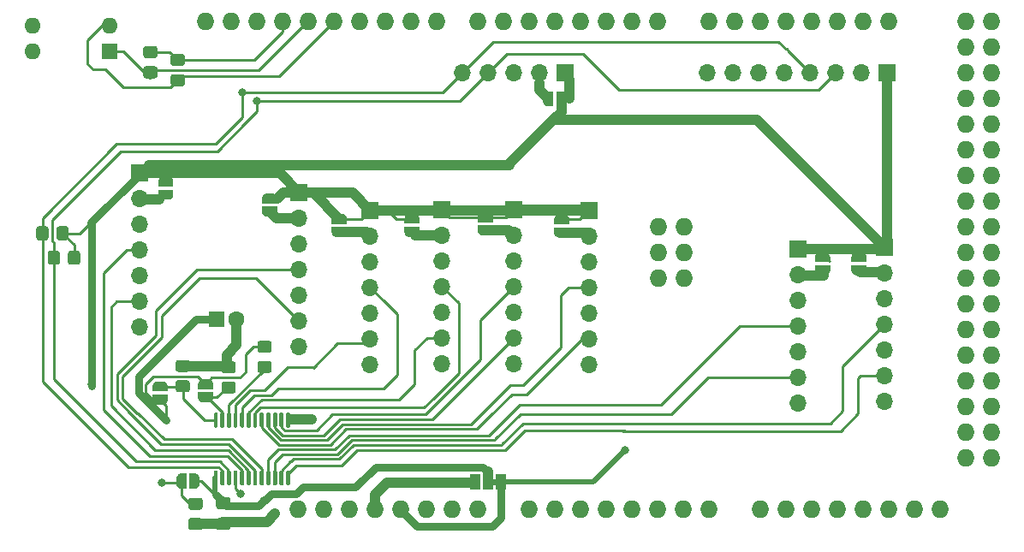
<source format=gbr>
%TF.GenerationSoftware,KiCad,Pcbnew,(5.1.10)-1*%
%TF.CreationDate,2022-02-28T00:28:23+01:00*%
%TF.ProjectId,E-nose,452d6e6f-7365-42e6-9b69-6361645f7063,rev?*%
%TF.SameCoordinates,Original*%
%TF.FileFunction,Copper,L2,Bot*%
%TF.FilePolarity,Positive*%
%FSLAX46Y46*%
G04 Gerber Fmt 4.6, Leading zero omitted, Abs format (unit mm)*
G04 Created by KiCad (PCBNEW (5.1.10)-1) date 2022-02-28 00:28:23*
%MOMM*%
%LPD*%
G01*
G04 APERTURE LIST*
%TA.AperFunction,EtchedComponent*%
%ADD10C,0.100000*%
%TD*%
%TA.AperFunction,SMDPad,CuDef*%
%ADD11C,0.100000*%
%TD*%
%TA.AperFunction,ComponentPad*%
%ADD12O,1.727200X1.727200*%
%TD*%
%TA.AperFunction,SMDPad,CuDef*%
%ADD13R,1.000000X1.500000*%
%TD*%
%TA.AperFunction,ComponentPad*%
%ADD14R,1.600000X1.600000*%
%TD*%
%TA.AperFunction,ComponentPad*%
%ADD15C,1.600000*%
%TD*%
%TA.AperFunction,ComponentPad*%
%ADD16R,1.700000X1.700000*%
%TD*%
%TA.AperFunction,ComponentPad*%
%ADD17O,1.700000X1.700000*%
%TD*%
%TA.AperFunction,ComponentPad*%
%ADD18O,1.600000X1.600000*%
%TD*%
%TA.AperFunction,ViaPad*%
%ADD19C,0.800000*%
%TD*%
%TA.AperFunction,Conductor*%
%ADD20C,0.250000*%
%TD*%
%TA.AperFunction,Conductor*%
%ADD21C,1.000000*%
%TD*%
%TA.AperFunction,Conductor*%
%ADD22C,0.750000*%
%TD*%
%TA.AperFunction,Conductor*%
%ADD23C,0.550000*%
%TD*%
%TA.AperFunction,Conductor*%
%ADD24C,0.500000*%
%TD*%
G04 APERTURE END LIST*
D10*
%TO.C,JP1*%
G36*
X150218500Y-104983000D02*
G01*
X149718500Y-104983000D01*
X149718500Y-105583000D01*
X150218500Y-105583000D01*
X150218500Y-104983000D01*
G37*
%TD*%
%TA.AperFunction,SMDPad,CuDef*%
D11*
%TO.P,JP6,2*%
%TO.N,VCC*%
G36*
X126974502Y-77251800D02*
G01*
X126974502Y-77227266D01*
X126979312Y-77178435D01*
X126988884Y-77130310D01*
X127003128Y-77083355D01*
X127021905Y-77038022D01*
X127045036Y-76994749D01*
X127072296Y-76953950D01*
X127103424Y-76916021D01*
X127138121Y-76881324D01*
X127176050Y-76850196D01*
X127216849Y-76822936D01*
X127260122Y-76799805D01*
X127305455Y-76781028D01*
X127352410Y-76766784D01*
X127400535Y-76757212D01*
X127449366Y-76752402D01*
X127473900Y-76752402D01*
X127473900Y-76751800D01*
X127973900Y-76751800D01*
X127973900Y-76752402D01*
X127998434Y-76752402D01*
X128047265Y-76757212D01*
X128095390Y-76766784D01*
X128142345Y-76781028D01*
X128187678Y-76799805D01*
X128230951Y-76822936D01*
X128271750Y-76850196D01*
X128309679Y-76881324D01*
X128344376Y-76916021D01*
X128375504Y-76953950D01*
X128402764Y-76994749D01*
X128425895Y-77038022D01*
X128444672Y-77083355D01*
X128458916Y-77130310D01*
X128468488Y-77178435D01*
X128473298Y-77227266D01*
X128473298Y-77251800D01*
X128473900Y-77251800D01*
X128473900Y-77751800D01*
X126973900Y-77751800D01*
X126973900Y-77251800D01*
X126974502Y-77251800D01*
G37*
%TD.AperFunction*%
%TA.AperFunction,SMDPad,CuDef*%
%TO.P,JP6,1*%
%TO.N,Net-(JP6-Pad1)*%
G36*
X128473900Y-78051800D02*
G01*
X128473900Y-78551800D01*
X128473298Y-78551800D01*
X128473298Y-78576334D01*
X128468488Y-78625165D01*
X128458916Y-78673290D01*
X128444672Y-78720245D01*
X128425895Y-78765578D01*
X128402764Y-78808851D01*
X128375504Y-78849650D01*
X128344376Y-78887579D01*
X128309679Y-78922276D01*
X128271750Y-78953404D01*
X128230951Y-78980664D01*
X128187678Y-79003795D01*
X128142345Y-79022572D01*
X128095390Y-79036816D01*
X128047265Y-79046388D01*
X127998434Y-79051198D01*
X127973900Y-79051198D01*
X127973900Y-79051800D01*
X127473900Y-79051800D01*
X127473900Y-79051198D01*
X127449366Y-79051198D01*
X127400535Y-79046388D01*
X127352410Y-79036816D01*
X127305455Y-79022572D01*
X127260122Y-79003795D01*
X127216849Y-78980664D01*
X127176050Y-78953404D01*
X127138121Y-78922276D01*
X127103424Y-78887579D01*
X127072296Y-78849650D01*
X127045036Y-78808851D01*
X127021905Y-78765578D01*
X127003128Y-78720245D01*
X126988884Y-78673290D01*
X126979312Y-78625165D01*
X126974502Y-78576334D01*
X126974502Y-78551800D01*
X126973900Y-78551800D01*
X126973900Y-78051800D01*
X128473900Y-78051800D01*
G37*
%TD.AperFunction*%
%TD*%
%TA.AperFunction,SMDPad,CuDef*%
%TO.P,JP7,2*%
%TO.N,VCC*%
G36*
X133870602Y-79256100D02*
G01*
X133870602Y-79231566D01*
X133875412Y-79182735D01*
X133884984Y-79134610D01*
X133899228Y-79087655D01*
X133918005Y-79042322D01*
X133941136Y-78999049D01*
X133968396Y-78958250D01*
X133999524Y-78920321D01*
X134034221Y-78885624D01*
X134072150Y-78854496D01*
X134112949Y-78827236D01*
X134156222Y-78804105D01*
X134201555Y-78785328D01*
X134248510Y-78771084D01*
X134296635Y-78761512D01*
X134345466Y-78756702D01*
X134370000Y-78756702D01*
X134370000Y-78756100D01*
X134870000Y-78756100D01*
X134870000Y-78756702D01*
X134894534Y-78756702D01*
X134943365Y-78761512D01*
X134991490Y-78771084D01*
X135038445Y-78785328D01*
X135083778Y-78804105D01*
X135127051Y-78827236D01*
X135167850Y-78854496D01*
X135205779Y-78885624D01*
X135240476Y-78920321D01*
X135271604Y-78958250D01*
X135298864Y-78999049D01*
X135321995Y-79042322D01*
X135340772Y-79087655D01*
X135355016Y-79134610D01*
X135364588Y-79182735D01*
X135369398Y-79231566D01*
X135369398Y-79256100D01*
X135370000Y-79256100D01*
X135370000Y-79756100D01*
X133870000Y-79756100D01*
X133870000Y-79256100D01*
X133870602Y-79256100D01*
G37*
%TD.AperFunction*%
%TA.AperFunction,SMDPad,CuDef*%
%TO.P,JP7,1*%
%TO.N,Net-(JP7-Pad1)*%
G36*
X135370000Y-80056100D02*
G01*
X135370000Y-80556100D01*
X135369398Y-80556100D01*
X135369398Y-80580634D01*
X135364588Y-80629465D01*
X135355016Y-80677590D01*
X135340772Y-80724545D01*
X135321995Y-80769878D01*
X135298864Y-80813151D01*
X135271604Y-80853950D01*
X135240476Y-80891879D01*
X135205779Y-80926576D01*
X135167850Y-80957704D01*
X135127051Y-80984964D01*
X135083778Y-81008095D01*
X135038445Y-81026872D01*
X134991490Y-81041116D01*
X134943365Y-81050688D01*
X134894534Y-81055498D01*
X134870000Y-81055498D01*
X134870000Y-81056100D01*
X134370000Y-81056100D01*
X134370000Y-81055498D01*
X134345466Y-81055498D01*
X134296635Y-81050688D01*
X134248510Y-81041116D01*
X134201555Y-81026872D01*
X134156222Y-81008095D01*
X134112949Y-80984964D01*
X134072150Y-80957704D01*
X134034221Y-80926576D01*
X133999524Y-80891879D01*
X133968396Y-80853950D01*
X133941136Y-80813151D01*
X133918005Y-80769878D01*
X133899228Y-80724545D01*
X133884984Y-80677590D01*
X133875412Y-80629465D01*
X133870602Y-80580634D01*
X133870602Y-80556100D01*
X133870000Y-80556100D01*
X133870000Y-80056100D01*
X135370000Y-80056100D01*
G37*
%TD.AperFunction*%
%TD*%
%TA.AperFunction,SMDPad,CuDef*%
%TO.P,JP8,2*%
%TO.N,VCC*%
G36*
X141058802Y-79248000D02*
G01*
X141058802Y-79223466D01*
X141063612Y-79174635D01*
X141073184Y-79126510D01*
X141087428Y-79079555D01*
X141106205Y-79034222D01*
X141129336Y-78990949D01*
X141156596Y-78950150D01*
X141187724Y-78912221D01*
X141222421Y-78877524D01*
X141260350Y-78846396D01*
X141301149Y-78819136D01*
X141344422Y-78796005D01*
X141389755Y-78777228D01*
X141436710Y-78762984D01*
X141484835Y-78753412D01*
X141533666Y-78748602D01*
X141558200Y-78748602D01*
X141558200Y-78748000D01*
X142058200Y-78748000D01*
X142058200Y-78748602D01*
X142082734Y-78748602D01*
X142131565Y-78753412D01*
X142179690Y-78762984D01*
X142226645Y-78777228D01*
X142271978Y-78796005D01*
X142315251Y-78819136D01*
X142356050Y-78846396D01*
X142393979Y-78877524D01*
X142428676Y-78912221D01*
X142459804Y-78950150D01*
X142487064Y-78990949D01*
X142510195Y-79034222D01*
X142528972Y-79079555D01*
X142543216Y-79126510D01*
X142552788Y-79174635D01*
X142557598Y-79223466D01*
X142557598Y-79248000D01*
X142558200Y-79248000D01*
X142558200Y-79748000D01*
X141058200Y-79748000D01*
X141058200Y-79248000D01*
X141058802Y-79248000D01*
G37*
%TD.AperFunction*%
%TA.AperFunction,SMDPad,CuDef*%
%TO.P,JP8,1*%
%TO.N,Net-(JP8-Pad1)*%
G36*
X142558200Y-80048000D02*
G01*
X142558200Y-80548000D01*
X142557598Y-80548000D01*
X142557598Y-80572534D01*
X142552788Y-80621365D01*
X142543216Y-80669490D01*
X142528972Y-80716445D01*
X142510195Y-80761778D01*
X142487064Y-80805051D01*
X142459804Y-80845850D01*
X142428676Y-80883779D01*
X142393979Y-80918476D01*
X142356050Y-80949604D01*
X142315251Y-80976864D01*
X142271978Y-80999995D01*
X142226645Y-81018772D01*
X142179690Y-81033016D01*
X142131565Y-81042588D01*
X142082734Y-81047398D01*
X142058200Y-81047398D01*
X142058200Y-81048000D01*
X141558200Y-81048000D01*
X141558200Y-81047398D01*
X141533666Y-81047398D01*
X141484835Y-81042588D01*
X141436710Y-81033016D01*
X141389755Y-81018772D01*
X141344422Y-80999995D01*
X141301149Y-80976864D01*
X141260350Y-80949604D01*
X141222421Y-80918476D01*
X141187724Y-80883779D01*
X141156596Y-80845850D01*
X141129336Y-80805051D01*
X141106205Y-80761778D01*
X141087428Y-80716445D01*
X141073184Y-80669490D01*
X141063612Y-80621365D01*
X141058802Y-80572534D01*
X141058802Y-80548000D01*
X141058200Y-80548000D01*
X141058200Y-80048000D01*
X142558200Y-80048000D01*
G37*
%TD.AperFunction*%
%TD*%
%TA.AperFunction,SMDPad,CuDef*%
%TO.P,JP9,2*%
%TO.N,VCC*%
G36*
X148310502Y-79103700D02*
G01*
X148310502Y-79079166D01*
X148315312Y-79030335D01*
X148324884Y-78982210D01*
X148339128Y-78935255D01*
X148357905Y-78889922D01*
X148381036Y-78846649D01*
X148408296Y-78805850D01*
X148439424Y-78767921D01*
X148474121Y-78733224D01*
X148512050Y-78702096D01*
X148552849Y-78674836D01*
X148596122Y-78651705D01*
X148641455Y-78632928D01*
X148688410Y-78618684D01*
X148736535Y-78609112D01*
X148785366Y-78604302D01*
X148809900Y-78604302D01*
X148809900Y-78603700D01*
X149309900Y-78603700D01*
X149309900Y-78604302D01*
X149334434Y-78604302D01*
X149383265Y-78609112D01*
X149431390Y-78618684D01*
X149478345Y-78632928D01*
X149523678Y-78651705D01*
X149566951Y-78674836D01*
X149607750Y-78702096D01*
X149645679Y-78733224D01*
X149680376Y-78767921D01*
X149711504Y-78805850D01*
X149738764Y-78846649D01*
X149761895Y-78889922D01*
X149780672Y-78935255D01*
X149794916Y-78982210D01*
X149804488Y-79030335D01*
X149809298Y-79079166D01*
X149809298Y-79103700D01*
X149809900Y-79103700D01*
X149809900Y-79603700D01*
X148309900Y-79603700D01*
X148309900Y-79103700D01*
X148310502Y-79103700D01*
G37*
%TD.AperFunction*%
%TA.AperFunction,SMDPad,CuDef*%
%TO.P,JP9,1*%
%TO.N,Net-(JP9-Pad1)*%
G36*
X149809900Y-79903700D02*
G01*
X149809900Y-80403700D01*
X149809298Y-80403700D01*
X149809298Y-80428234D01*
X149804488Y-80477065D01*
X149794916Y-80525190D01*
X149780672Y-80572145D01*
X149761895Y-80617478D01*
X149738764Y-80660751D01*
X149711504Y-80701550D01*
X149680376Y-80739479D01*
X149645679Y-80774176D01*
X149607750Y-80805304D01*
X149566951Y-80832564D01*
X149523678Y-80855695D01*
X149478345Y-80874472D01*
X149431390Y-80888716D01*
X149383265Y-80898288D01*
X149334434Y-80903098D01*
X149309900Y-80903098D01*
X149309900Y-80903700D01*
X148809900Y-80903700D01*
X148809900Y-80903098D01*
X148785366Y-80903098D01*
X148736535Y-80898288D01*
X148688410Y-80888716D01*
X148641455Y-80874472D01*
X148596122Y-80855695D01*
X148552849Y-80832564D01*
X148512050Y-80805304D01*
X148474121Y-80774176D01*
X148439424Y-80739479D01*
X148408296Y-80701550D01*
X148381036Y-80660751D01*
X148357905Y-80617478D01*
X148339128Y-80572145D01*
X148324884Y-80525190D01*
X148315312Y-80477065D01*
X148310502Y-80428234D01*
X148310502Y-80403700D01*
X148309900Y-80403700D01*
X148309900Y-79903700D01*
X149809900Y-79903700D01*
G37*
%TD.AperFunction*%
%TD*%
%TA.AperFunction,SMDPad,CuDef*%
%TO.P,JP10,2*%
%TO.N,VCC*%
G36*
X155867002Y-79306900D02*
G01*
X155867002Y-79282366D01*
X155871812Y-79233535D01*
X155881384Y-79185410D01*
X155895628Y-79138455D01*
X155914405Y-79093122D01*
X155937536Y-79049849D01*
X155964796Y-79009050D01*
X155995924Y-78971121D01*
X156030621Y-78936424D01*
X156068550Y-78905296D01*
X156109349Y-78878036D01*
X156152622Y-78854905D01*
X156197955Y-78836128D01*
X156244910Y-78821884D01*
X156293035Y-78812312D01*
X156341866Y-78807502D01*
X156366400Y-78807502D01*
X156366400Y-78806900D01*
X156866400Y-78806900D01*
X156866400Y-78807502D01*
X156890934Y-78807502D01*
X156939765Y-78812312D01*
X156987890Y-78821884D01*
X157034845Y-78836128D01*
X157080178Y-78854905D01*
X157123451Y-78878036D01*
X157164250Y-78905296D01*
X157202179Y-78936424D01*
X157236876Y-78971121D01*
X157268004Y-79009050D01*
X157295264Y-79049849D01*
X157318395Y-79093122D01*
X157337172Y-79138455D01*
X157351416Y-79185410D01*
X157360988Y-79233535D01*
X157365798Y-79282366D01*
X157365798Y-79306900D01*
X157366400Y-79306900D01*
X157366400Y-79806900D01*
X155866400Y-79806900D01*
X155866400Y-79306900D01*
X155867002Y-79306900D01*
G37*
%TD.AperFunction*%
%TA.AperFunction,SMDPad,CuDef*%
%TO.P,JP10,1*%
%TO.N,Net-(JP10-Pad1)*%
G36*
X157366400Y-80106900D02*
G01*
X157366400Y-80606900D01*
X157365798Y-80606900D01*
X157365798Y-80631434D01*
X157360988Y-80680265D01*
X157351416Y-80728390D01*
X157337172Y-80775345D01*
X157318395Y-80820678D01*
X157295264Y-80863951D01*
X157268004Y-80904750D01*
X157236876Y-80942679D01*
X157202179Y-80977376D01*
X157164250Y-81008504D01*
X157123451Y-81035764D01*
X157080178Y-81058895D01*
X157034845Y-81077672D01*
X156987890Y-81091916D01*
X156939765Y-81101488D01*
X156890934Y-81106298D01*
X156866400Y-81106298D01*
X156866400Y-81106900D01*
X156366400Y-81106900D01*
X156366400Y-81106298D01*
X156341866Y-81106298D01*
X156293035Y-81101488D01*
X156244910Y-81091916D01*
X156197955Y-81077672D01*
X156152622Y-81058895D01*
X156109349Y-81035764D01*
X156068550Y-81008504D01*
X156030621Y-80977376D01*
X155995924Y-80942679D01*
X155964796Y-80904750D01*
X155937536Y-80863951D01*
X155914405Y-80820678D01*
X155895628Y-80775345D01*
X155881384Y-80728390D01*
X155871812Y-80680265D01*
X155867002Y-80631434D01*
X155867002Y-80606900D01*
X155866400Y-80606900D01*
X155866400Y-80106900D01*
X157366400Y-80106900D01*
G37*
%TD.AperFunction*%
%TD*%
%TA.AperFunction,SMDPad,CuDef*%
%TO.P,JP11,2*%
%TO.N,VCC*%
G36*
X181660702Y-83058000D02*
G01*
X181660702Y-83033466D01*
X181665512Y-82984635D01*
X181675084Y-82936510D01*
X181689328Y-82889555D01*
X181708105Y-82844222D01*
X181731236Y-82800949D01*
X181758496Y-82760150D01*
X181789624Y-82722221D01*
X181824321Y-82687524D01*
X181862250Y-82656396D01*
X181903049Y-82629136D01*
X181946322Y-82606005D01*
X181991655Y-82587228D01*
X182038610Y-82572984D01*
X182086735Y-82563412D01*
X182135566Y-82558602D01*
X182160100Y-82558602D01*
X182160100Y-82558000D01*
X182660100Y-82558000D01*
X182660100Y-82558602D01*
X182684634Y-82558602D01*
X182733465Y-82563412D01*
X182781590Y-82572984D01*
X182828545Y-82587228D01*
X182873878Y-82606005D01*
X182917151Y-82629136D01*
X182957950Y-82656396D01*
X182995879Y-82687524D01*
X183030576Y-82722221D01*
X183061704Y-82760150D01*
X183088964Y-82800949D01*
X183112095Y-82844222D01*
X183130872Y-82889555D01*
X183145116Y-82936510D01*
X183154688Y-82984635D01*
X183159498Y-83033466D01*
X183159498Y-83058000D01*
X183160100Y-83058000D01*
X183160100Y-83558000D01*
X181660100Y-83558000D01*
X181660100Y-83058000D01*
X181660702Y-83058000D01*
G37*
%TD.AperFunction*%
%TA.AperFunction,SMDPad,CuDef*%
%TO.P,JP11,1*%
%TO.N,Net-(JP11-Pad1)*%
G36*
X183160100Y-83858000D02*
G01*
X183160100Y-84358000D01*
X183159498Y-84358000D01*
X183159498Y-84382534D01*
X183154688Y-84431365D01*
X183145116Y-84479490D01*
X183130872Y-84526445D01*
X183112095Y-84571778D01*
X183088964Y-84615051D01*
X183061704Y-84655850D01*
X183030576Y-84693779D01*
X182995879Y-84728476D01*
X182957950Y-84759604D01*
X182917151Y-84786864D01*
X182873878Y-84809995D01*
X182828545Y-84828772D01*
X182781590Y-84843016D01*
X182733465Y-84852588D01*
X182684634Y-84857398D01*
X182660100Y-84857398D01*
X182660100Y-84858000D01*
X182160100Y-84858000D01*
X182160100Y-84857398D01*
X182135566Y-84857398D01*
X182086735Y-84852588D01*
X182038610Y-84843016D01*
X181991655Y-84828772D01*
X181946322Y-84809995D01*
X181903049Y-84786864D01*
X181862250Y-84759604D01*
X181824321Y-84728476D01*
X181789624Y-84693779D01*
X181758496Y-84655850D01*
X181731236Y-84615051D01*
X181708105Y-84571778D01*
X181689328Y-84526445D01*
X181675084Y-84479490D01*
X181665512Y-84431365D01*
X181660702Y-84382534D01*
X181660702Y-84358000D01*
X181660100Y-84358000D01*
X181660100Y-83858000D01*
X183160100Y-83858000D01*
G37*
%TD.AperFunction*%
%TD*%
D12*
%TO.P,XA1,RST2*%
%TO.N,Net-(XA1-PadRST2)*%
X166179500Y-85140800D03*
%TO.P,XA1,GND4*%
%TO.N,GND*%
X168719500Y-85140800D03*
%TO.P,XA1,MOSI*%
%TO.N,Net-(XA1-PadMOSI)*%
X168719500Y-82600800D03*
%TO.P,XA1,SCK*%
%TO.N,Net-(XA1-PadSCK)*%
X166179500Y-82600800D03*
%TO.P,XA1,5V2*%
%TO.N,+5V*%
X168719500Y-80060800D03*
%TO.P,XA1,A0*%
%TO.N,Net-(XA1-PadA0)*%
X153352500Y-108000800D03*
%TO.P,XA1,VIN*%
%TO.N,Net-(XA1-PadVIN)*%
X148272500Y-108000800D03*
%TO.P,XA1,GND3*%
%TO.N,Net-(XA1-PadGND3)*%
X145732500Y-108000800D03*
%TO.P,XA1,GND2*%
%TO.N,GND*%
X143192500Y-108000800D03*
%TO.P,XA1,5V1*%
%TO.N,+5V*%
X140652500Y-108000800D03*
%TO.P,XA1,3V3*%
%TO.N,+3V3*%
X138112500Y-108000800D03*
%TO.P,XA1,RST1*%
%TO.N,Net-(XA1-PadRST1)*%
X135572500Y-108000800D03*
%TO.P,XA1,IORF*%
%TO.N,Net-(XA1-PadIORF)*%
X133032500Y-108000800D03*
%TO.P,XA1,D21*%
%TO.N,Net-(XA1-PadD21)*%
X188912500Y-59740800D03*
%TO.P,XA1,D20*%
%TO.N,Net-(XA1-PadD20)*%
X186372500Y-59740800D03*
%TO.P,XA1,D19*%
%TO.N,Net-(XA1-PadD19)*%
X183832500Y-59740800D03*
%TO.P,XA1,D18*%
%TO.N,Net-(XA1-PadD18)*%
X181292500Y-59740800D03*
%TO.P,XA1,D17*%
%TO.N,Net-(XA1-PadD17)*%
X178752500Y-59740800D03*
%TO.P,XA1,D16*%
%TO.N,Net-(XA1-PadD16)*%
X176212500Y-59740800D03*
%TO.P,XA1,D15*%
%TO.N,Net-(XA1-PadD15)*%
X173672500Y-59740800D03*
%TO.P,XA1,D14*%
%TO.N,Net-(XA1-PadD14)*%
X171132500Y-59740800D03*
%TO.P,XA1,D0*%
%TO.N,Net-(XA1-PadD0)*%
X166052500Y-59740800D03*
%TO.P,XA1,D1*%
%TO.N,Net-(XA1-PadD1)*%
X163512500Y-59740800D03*
%TO.P,XA1,D2*%
%TO.N,Net-(XA1-PadD2)*%
X160972500Y-59740800D03*
%TO.P,XA1,D3*%
%TO.N,Net-(XA1-PadD3)*%
X158432500Y-59740800D03*
%TO.P,XA1,D4*%
%TO.N,Net-(XA1-PadD4)*%
X155892500Y-59740800D03*
%TO.P,XA1,D5*%
%TO.N,Net-(XA1-PadD5)*%
X153352500Y-59740800D03*
%TO.P,XA1,D6*%
%TO.N,Net-(XA1-PadD6)*%
X150812500Y-59740800D03*
%TO.P,XA1,D7*%
%TO.N,Net-(XA1-PadD7)*%
X148272500Y-59740800D03*
%TO.P,XA1,GND1*%
%TO.N,GND*%
X128968500Y-59740800D03*
%TO.P,XA1,D8*%
%TO.N,Net-(XA1-PadD8)*%
X144208500Y-59740800D03*
%TO.P,XA1,D9*%
%TO.N,Net-(XA1-PadD9)*%
X141668500Y-59740800D03*
%TO.P,XA1,D10*%
%TO.N,Net-(XA1-PadD10)*%
X139128500Y-59740800D03*
%TO.P,XA1,SCL*%
%TO.N,I2C_CLK*%
X121348500Y-59740800D03*
%TO.P,XA1,SDA*%
%TO.N,I2C_DATA*%
X123888500Y-59740800D03*
%TO.P,XA1,AREF*%
%TO.N,Net-(XA1-PadAREF)*%
X126428500Y-59740800D03*
%TO.P,XA1,D13*%
%TO.N,DIP1*%
X131508500Y-59740800D03*
%TO.P,XA1,D12*%
%TO.N,DIP2*%
X134048500Y-59740800D03*
%TO.P,XA1,D11*%
%TO.N,Net-(XA1-PadD11)*%
X136588500Y-59740800D03*
%TO.P,XA1,*%
%TO.N,*%
X130492500Y-108000800D03*
%TO.P,XA1,A1*%
%TO.N,Net-(XA1-PadA1)*%
X155892500Y-108000800D03*
%TO.P,XA1,A2*%
%TO.N,Net-(XA1-PadA2)*%
X158432500Y-108000800D03*
%TO.P,XA1,A3*%
%TO.N,Net-(XA1-PadA3)*%
X160972500Y-108000800D03*
%TO.P,XA1,A4*%
%TO.N,Net-(XA1-PadA4)*%
X163512500Y-108000800D03*
%TO.P,XA1,A5*%
%TO.N,Net-(XA1-PadA5)*%
X166052500Y-108000800D03*
%TO.P,XA1,A6*%
%TO.N,Net-(XA1-PadA6)*%
X168592500Y-108000800D03*
%TO.P,XA1,A7*%
%TO.N,Net-(XA1-PadA7)*%
X171132500Y-108000800D03*
%TO.P,XA1,A8*%
%TO.N,Net-(XA1-PadA8)*%
X176212500Y-108000800D03*
%TO.P,XA1,A9*%
%TO.N,Net-(XA1-PadA9)*%
X178752500Y-108000800D03*
%TO.P,XA1,A10*%
%TO.N,Net-(XA1-PadA10)*%
X181292500Y-108000800D03*
%TO.P,XA1,A11*%
%TO.N,Net-(XA1-PadA11)*%
X183832500Y-108000800D03*
%TO.P,XA1,A12*%
%TO.N,Net-(XA1-PadA12)*%
X186372500Y-108000800D03*
%TO.P,XA1,A13*%
%TO.N,Net-(XA1-PadA13)*%
X188912500Y-108000800D03*
%TO.P,XA1,A14*%
%TO.N,Net-(XA1-PadA14)*%
X191452500Y-108000800D03*
%TO.P,XA1,A15*%
%TO.N,Net-(XA1-PadA15)*%
X193992500Y-108000800D03*
%TO.P,XA1,5V3*%
%TO.N,Net-(XA1-Pad5V3)*%
X196532500Y-59740800D03*
%TO.P,XA1,5V4*%
%TO.N,Net-(XA1-Pad5V4)*%
X199072500Y-59740800D03*
%TO.P,XA1,D22*%
%TO.N,Net-(XA1-PadD22)*%
X196532500Y-62280800D03*
%TO.P,XA1,D23*%
%TO.N,Net-(XA1-PadD23)*%
X199072500Y-62280800D03*
%TO.P,XA1,D24*%
%TO.N,Net-(XA1-PadD24)*%
X196532500Y-64820800D03*
%TO.P,XA1,D25*%
%TO.N,Net-(XA1-PadD25)*%
X199072500Y-64820800D03*
%TO.P,XA1,D26*%
%TO.N,Net-(XA1-PadD26)*%
X196532500Y-67360800D03*
%TO.P,XA1,D27*%
%TO.N,Net-(XA1-PadD27)*%
X199072500Y-67360800D03*
%TO.P,XA1,D28*%
%TO.N,Net-(XA1-PadD28)*%
X196532500Y-69900800D03*
%TO.P,XA1,D29*%
%TO.N,Net-(XA1-PadD29)*%
X199072500Y-69900800D03*
%TO.P,XA1,D30*%
%TO.N,Net-(XA1-PadD30)*%
X196532500Y-72440800D03*
%TO.P,XA1,D31*%
%TO.N,Net-(XA1-PadD31)*%
X199072500Y-72440800D03*
%TO.P,XA1,D32*%
%TO.N,Net-(XA1-PadD32)*%
X196532500Y-74980800D03*
%TO.P,XA1,D33*%
%TO.N,Net-(XA1-PadD33)*%
X199072500Y-74980800D03*
%TO.P,XA1,D34*%
%TO.N,Net-(XA1-PadD34)*%
X196532500Y-77520800D03*
%TO.P,XA1,D35*%
%TO.N,Net-(XA1-PadD35)*%
X199072500Y-77520800D03*
%TO.P,XA1,D36*%
%TO.N,Net-(XA1-PadD36)*%
X196532500Y-80060800D03*
%TO.P,XA1,D37*%
%TO.N,Net-(XA1-PadD37)*%
X199072500Y-80060800D03*
%TO.P,XA1,D38*%
%TO.N,Net-(XA1-PadD38)*%
X196532500Y-82600800D03*
%TO.P,XA1,D39*%
%TO.N,Net-(XA1-PadD39)*%
X199072500Y-82600800D03*
%TO.P,XA1,D40*%
%TO.N,Net-(XA1-PadD40)*%
X196532500Y-85140800D03*
%TO.P,XA1,D41*%
%TO.N,Net-(XA1-PadD41)*%
X199072500Y-85140800D03*
%TO.P,XA1,D42*%
%TO.N,Net-(XA1-PadD42)*%
X196532500Y-87680800D03*
%TO.P,XA1,D43*%
%TO.N,Net-(XA1-PadD43)*%
X199072500Y-87680800D03*
%TO.P,XA1,D44*%
%TO.N,Net-(XA1-PadD44)*%
X196532500Y-90220800D03*
%TO.P,XA1,D45*%
%TO.N,Net-(XA1-PadD45)*%
X199072500Y-90220800D03*
%TO.P,XA1,D46*%
%TO.N,Net-(XA1-PadD46)*%
X196532500Y-92760800D03*
%TO.P,XA1,D47*%
%TO.N,Net-(XA1-PadD47)*%
X199072500Y-92760800D03*
%TO.P,XA1,D48*%
%TO.N,Net-(XA1-PadD48)*%
X196532500Y-95300800D03*
%TO.P,XA1,D49*%
%TO.N,Net-(XA1-PadD49)*%
X199072500Y-95300800D03*
%TO.P,XA1,D50*%
%TO.N,Net-(XA1-PadD50)*%
X196532500Y-97840800D03*
%TO.P,XA1,D51*%
%TO.N,Net-(XA1-PadD51)*%
X199072500Y-97840800D03*
%TO.P,XA1,D52*%
%TO.N,Net-(XA1-PadD52)*%
X196532500Y-100380800D03*
%TO.P,XA1,D53*%
%TO.N,Net-(XA1-PadD53)*%
X199072500Y-100380800D03*
%TO.P,XA1,GND5*%
%TO.N,Net-(XA1-PadGND5)*%
X196532500Y-102920800D03*
%TO.P,XA1,GND6*%
%TO.N,Net-(XA1-PadGND6)*%
X199072500Y-102920800D03*
%TO.P,XA1,MISO*%
%TO.N,Net-(XA1-PadMISO)*%
X166179500Y-80060800D03*
%TD*%
%TO.P,R1,1*%
%TO.N,Net-(JP2-Pad1)*%
%TA.AperFunction,SMDPad,CuDef*%
G36*
G01*
X119588701Y-96418200D02*
X118688699Y-96418200D01*
G75*
G02*
X118438700Y-96168201I0J249999D01*
G01*
X118438700Y-95468199D01*
G75*
G02*
X118688699Y-95218200I249999J0D01*
G01*
X119588701Y-95218200D01*
G75*
G02*
X119838700Y-95468199I0J-249999D01*
G01*
X119838700Y-96168201D01*
G75*
G02*
X119588701Y-96418200I-249999J0D01*
G01*
G37*
%TD.AperFunction*%
%TO.P,R1,2*%
%TO.N,GND*%
%TA.AperFunction,SMDPad,CuDef*%
G36*
G01*
X119588701Y-94418200D02*
X118688699Y-94418200D01*
G75*
G02*
X118438700Y-94168201I0J249999D01*
G01*
X118438700Y-93468199D01*
G75*
G02*
X118688699Y-93218200I249999J0D01*
G01*
X119588701Y-93218200D01*
G75*
G02*
X119838700Y-93468199I0J-249999D01*
G01*
X119838700Y-94168201D01*
G75*
G02*
X119588701Y-94418200I-249999J0D01*
G01*
G37*
%TD.AperFunction*%
%TD*%
%TO.P,R2,2*%
%TO.N,GND*%
%TA.AperFunction,SMDPad,CuDef*%
G36*
G01*
X124122601Y-94545200D02*
X123222599Y-94545200D01*
G75*
G02*
X122972600Y-94295201I0J249999D01*
G01*
X122972600Y-93595199D01*
G75*
G02*
X123222599Y-93345200I249999J0D01*
G01*
X124122601Y-93345200D01*
G75*
G02*
X124372600Y-93595199I0J-249999D01*
G01*
X124372600Y-94295201D01*
G75*
G02*
X124122601Y-94545200I-249999J0D01*
G01*
G37*
%TD.AperFunction*%
%TO.P,R2,1*%
%TO.N,Net-(JP3-Pad1)*%
%TA.AperFunction,SMDPad,CuDef*%
G36*
G01*
X124122601Y-96545200D02*
X123222599Y-96545200D01*
G75*
G02*
X122972600Y-96295201I0J249999D01*
G01*
X122972600Y-95595199D01*
G75*
G02*
X123222599Y-95345200I249999J0D01*
G01*
X124122601Y-95345200D01*
G75*
G02*
X124372600Y-95595199I0J-249999D01*
G01*
X124372600Y-96295201D01*
G75*
G02*
X124122601Y-96545200I-249999J0D01*
G01*
G37*
%TD.AperFunction*%
%TD*%
%TO.P,R3,1*%
%TO.N,Net-(JP4-Pad1)*%
%TA.AperFunction,SMDPad,CuDef*%
G36*
G01*
X119945999Y-106854700D02*
X120846001Y-106854700D01*
G75*
G02*
X121096000Y-107104699I0J-249999D01*
G01*
X121096000Y-107804701D01*
G75*
G02*
X120846001Y-108054700I-249999J0D01*
G01*
X119945999Y-108054700D01*
G75*
G02*
X119696000Y-107804701I0J249999D01*
G01*
X119696000Y-107104699D01*
G75*
G02*
X119945999Y-106854700I249999J0D01*
G01*
G37*
%TD.AperFunction*%
%TO.P,R3,2*%
%TO.N,GND*%
%TA.AperFunction,SMDPad,CuDef*%
G36*
G01*
X119945999Y-108854700D02*
X120846001Y-108854700D01*
G75*
G02*
X121096000Y-109104699I0J-249999D01*
G01*
X121096000Y-109804701D01*
G75*
G02*
X120846001Y-110054700I-249999J0D01*
G01*
X119945999Y-110054700D01*
G75*
G02*
X119696000Y-109804701I0J249999D01*
G01*
X119696000Y-109104699D01*
G75*
G02*
X119945999Y-108854700I249999J0D01*
G01*
G37*
%TD.AperFunction*%
%TD*%
%TO.P,R4,2*%
%TO.N,VCC*%
%TA.AperFunction,SMDPad,CuDef*%
G36*
G01*
X127678601Y-92516500D02*
X126778599Y-92516500D01*
G75*
G02*
X126528600Y-92266501I0J249999D01*
G01*
X126528600Y-91566499D01*
G75*
G02*
X126778599Y-91316500I249999J0D01*
G01*
X127678601Y-91316500D01*
G75*
G02*
X127928600Y-91566499I0J-249999D01*
G01*
X127928600Y-92266501D01*
G75*
G02*
X127678601Y-92516500I-249999J0D01*
G01*
G37*
%TD.AperFunction*%
%TO.P,R4,1*%
%TO.N,Net-(R4-Pad1)*%
%TA.AperFunction,SMDPad,CuDef*%
G36*
G01*
X127678601Y-94516500D02*
X126778599Y-94516500D01*
G75*
G02*
X126528600Y-94266501I0J249999D01*
G01*
X126528600Y-93566499D01*
G75*
G02*
X126778599Y-93316500I249999J0D01*
G01*
X127678601Y-93316500D01*
G75*
G02*
X127928600Y-93566499I0J-249999D01*
G01*
X127928600Y-94266501D01*
G75*
G02*
X127678601Y-94516500I-249999J0D01*
G01*
G37*
%TD.AperFunction*%
%TD*%
%TO.P,U1,1*%
%TO.N,Net-(JP2-Pad1)*%
%TA.AperFunction,SMDPad,CuDef*%
G36*
G01*
X122309000Y-98431800D02*
X122509000Y-98431800D01*
G75*
G02*
X122609000Y-98531800I0J-100000D01*
G01*
X122609000Y-99806800D01*
G75*
G02*
X122509000Y-99906800I-100000J0D01*
G01*
X122309000Y-99906800D01*
G75*
G02*
X122209000Y-99806800I0J100000D01*
G01*
X122209000Y-98531800D01*
G75*
G02*
X122309000Y-98431800I100000J0D01*
G01*
G37*
%TD.AperFunction*%
%TO.P,U1,2*%
%TO.N,Net-(JP3-Pad1)*%
%TA.AperFunction,SMDPad,CuDef*%
G36*
G01*
X122959000Y-98431800D02*
X123159000Y-98431800D01*
G75*
G02*
X123259000Y-98531800I0J-100000D01*
G01*
X123259000Y-99806800D01*
G75*
G02*
X123159000Y-99906800I-100000J0D01*
G01*
X122959000Y-99906800D01*
G75*
G02*
X122859000Y-99806800I0J100000D01*
G01*
X122859000Y-98531800D01*
G75*
G02*
X122959000Y-98431800I100000J0D01*
G01*
G37*
%TD.AperFunction*%
%TO.P,U1,3*%
%TO.N,Net-(R4-Pad1)*%
%TA.AperFunction,SMDPad,CuDef*%
G36*
G01*
X123609000Y-98431800D02*
X123809000Y-98431800D01*
G75*
G02*
X123909000Y-98531800I0J-100000D01*
G01*
X123909000Y-99806800D01*
G75*
G02*
X123809000Y-99906800I-100000J0D01*
G01*
X123609000Y-99906800D01*
G75*
G02*
X123509000Y-99806800I0J100000D01*
G01*
X123509000Y-98531800D01*
G75*
G02*
X123609000Y-98431800I100000J0D01*
G01*
G37*
%TD.AperFunction*%
%TO.P,U1,4*%
%TO.N,SD0*%
%TA.AperFunction,SMDPad,CuDef*%
G36*
G01*
X124259000Y-98431800D02*
X124459000Y-98431800D01*
G75*
G02*
X124559000Y-98531800I0J-100000D01*
G01*
X124559000Y-99806800D01*
G75*
G02*
X124459000Y-99906800I-100000J0D01*
G01*
X124259000Y-99906800D01*
G75*
G02*
X124159000Y-99806800I0J100000D01*
G01*
X124159000Y-98531800D01*
G75*
G02*
X124259000Y-98431800I100000J0D01*
G01*
G37*
%TD.AperFunction*%
%TO.P,U1,5*%
%TO.N,SC0*%
%TA.AperFunction,SMDPad,CuDef*%
G36*
G01*
X124909000Y-98431800D02*
X125109000Y-98431800D01*
G75*
G02*
X125209000Y-98531800I0J-100000D01*
G01*
X125209000Y-99806800D01*
G75*
G02*
X125109000Y-99906800I-100000J0D01*
G01*
X124909000Y-99906800D01*
G75*
G02*
X124809000Y-99806800I0J100000D01*
G01*
X124809000Y-98531800D01*
G75*
G02*
X124909000Y-98431800I100000J0D01*
G01*
G37*
%TD.AperFunction*%
%TO.P,U1,6*%
%TO.N,SD1*%
%TA.AperFunction,SMDPad,CuDef*%
G36*
G01*
X125559000Y-98431800D02*
X125759000Y-98431800D01*
G75*
G02*
X125859000Y-98531800I0J-100000D01*
G01*
X125859000Y-99806800D01*
G75*
G02*
X125759000Y-99906800I-100000J0D01*
G01*
X125559000Y-99906800D01*
G75*
G02*
X125459000Y-99806800I0J100000D01*
G01*
X125459000Y-98531800D01*
G75*
G02*
X125559000Y-98431800I100000J0D01*
G01*
G37*
%TD.AperFunction*%
%TO.P,U1,7*%
%TO.N,SC1*%
%TA.AperFunction,SMDPad,CuDef*%
G36*
G01*
X126209000Y-98431800D02*
X126409000Y-98431800D01*
G75*
G02*
X126509000Y-98531800I0J-100000D01*
G01*
X126509000Y-99806800D01*
G75*
G02*
X126409000Y-99906800I-100000J0D01*
G01*
X126209000Y-99906800D01*
G75*
G02*
X126109000Y-99806800I0J100000D01*
G01*
X126109000Y-98531800D01*
G75*
G02*
X126209000Y-98431800I100000J0D01*
G01*
G37*
%TD.AperFunction*%
%TO.P,U1,8*%
%TO.N,SD2*%
%TA.AperFunction,SMDPad,CuDef*%
G36*
G01*
X126859000Y-98431800D02*
X127059000Y-98431800D01*
G75*
G02*
X127159000Y-98531800I0J-100000D01*
G01*
X127159000Y-99806800D01*
G75*
G02*
X127059000Y-99906800I-100000J0D01*
G01*
X126859000Y-99906800D01*
G75*
G02*
X126759000Y-99806800I0J100000D01*
G01*
X126759000Y-98531800D01*
G75*
G02*
X126859000Y-98431800I100000J0D01*
G01*
G37*
%TD.AperFunction*%
%TO.P,U1,9*%
%TO.N,SC2*%
%TA.AperFunction,SMDPad,CuDef*%
G36*
G01*
X127509000Y-98431800D02*
X127709000Y-98431800D01*
G75*
G02*
X127809000Y-98531800I0J-100000D01*
G01*
X127809000Y-99806800D01*
G75*
G02*
X127709000Y-99906800I-100000J0D01*
G01*
X127509000Y-99906800D01*
G75*
G02*
X127409000Y-99806800I0J100000D01*
G01*
X127409000Y-98531800D01*
G75*
G02*
X127509000Y-98431800I100000J0D01*
G01*
G37*
%TD.AperFunction*%
%TO.P,U1,10*%
%TO.N,SD3*%
%TA.AperFunction,SMDPad,CuDef*%
G36*
G01*
X128159000Y-98431800D02*
X128359000Y-98431800D01*
G75*
G02*
X128459000Y-98531800I0J-100000D01*
G01*
X128459000Y-99806800D01*
G75*
G02*
X128359000Y-99906800I-100000J0D01*
G01*
X128159000Y-99906800D01*
G75*
G02*
X128059000Y-99806800I0J100000D01*
G01*
X128059000Y-98531800D01*
G75*
G02*
X128159000Y-98431800I100000J0D01*
G01*
G37*
%TD.AperFunction*%
%TO.P,U1,11*%
%TO.N,SC3*%
%TA.AperFunction,SMDPad,CuDef*%
G36*
G01*
X128809000Y-98431800D02*
X129009000Y-98431800D01*
G75*
G02*
X129109000Y-98531800I0J-100000D01*
G01*
X129109000Y-99806800D01*
G75*
G02*
X129009000Y-99906800I-100000J0D01*
G01*
X128809000Y-99906800D01*
G75*
G02*
X128709000Y-99806800I0J100000D01*
G01*
X128709000Y-98531800D01*
G75*
G02*
X128809000Y-98431800I100000J0D01*
G01*
G37*
%TD.AperFunction*%
%TO.P,U1,12*%
%TO.N,GND*%
%TA.AperFunction,SMDPad,CuDef*%
G36*
G01*
X129459000Y-98431800D02*
X129659000Y-98431800D01*
G75*
G02*
X129759000Y-98531800I0J-100000D01*
G01*
X129759000Y-99806800D01*
G75*
G02*
X129659000Y-99906800I-100000J0D01*
G01*
X129459000Y-99906800D01*
G75*
G02*
X129359000Y-99806800I0J100000D01*
G01*
X129359000Y-98531800D01*
G75*
G02*
X129459000Y-98431800I100000J0D01*
G01*
G37*
%TD.AperFunction*%
%TO.P,U1,13*%
%TO.N,SD4*%
%TA.AperFunction,SMDPad,CuDef*%
G36*
G01*
X129459000Y-104156800D02*
X129659000Y-104156800D01*
G75*
G02*
X129759000Y-104256800I0J-100000D01*
G01*
X129759000Y-105531800D01*
G75*
G02*
X129659000Y-105631800I-100000J0D01*
G01*
X129459000Y-105631800D01*
G75*
G02*
X129359000Y-105531800I0J100000D01*
G01*
X129359000Y-104256800D01*
G75*
G02*
X129459000Y-104156800I100000J0D01*
G01*
G37*
%TD.AperFunction*%
%TO.P,U1,14*%
%TO.N,SC4*%
%TA.AperFunction,SMDPad,CuDef*%
G36*
G01*
X128809000Y-104156800D02*
X129009000Y-104156800D01*
G75*
G02*
X129109000Y-104256800I0J-100000D01*
G01*
X129109000Y-105531800D01*
G75*
G02*
X129009000Y-105631800I-100000J0D01*
G01*
X128809000Y-105631800D01*
G75*
G02*
X128709000Y-105531800I0J100000D01*
G01*
X128709000Y-104256800D01*
G75*
G02*
X128809000Y-104156800I100000J0D01*
G01*
G37*
%TD.AperFunction*%
%TO.P,U1,15*%
%TO.N,SD5*%
%TA.AperFunction,SMDPad,CuDef*%
G36*
G01*
X128159000Y-104156800D02*
X128359000Y-104156800D01*
G75*
G02*
X128459000Y-104256800I0J-100000D01*
G01*
X128459000Y-105531800D01*
G75*
G02*
X128359000Y-105631800I-100000J0D01*
G01*
X128159000Y-105631800D01*
G75*
G02*
X128059000Y-105531800I0J100000D01*
G01*
X128059000Y-104256800D01*
G75*
G02*
X128159000Y-104156800I100000J0D01*
G01*
G37*
%TD.AperFunction*%
%TO.P,U1,16*%
%TO.N,SC5*%
%TA.AperFunction,SMDPad,CuDef*%
G36*
G01*
X127509000Y-104156800D02*
X127709000Y-104156800D01*
G75*
G02*
X127809000Y-104256800I0J-100000D01*
G01*
X127809000Y-105531800D01*
G75*
G02*
X127709000Y-105631800I-100000J0D01*
G01*
X127509000Y-105631800D01*
G75*
G02*
X127409000Y-105531800I0J100000D01*
G01*
X127409000Y-104256800D01*
G75*
G02*
X127509000Y-104156800I100000J0D01*
G01*
G37*
%TD.AperFunction*%
%TO.P,U1,17*%
%TO.N,SD6*%
%TA.AperFunction,SMDPad,CuDef*%
G36*
G01*
X126859000Y-104156800D02*
X127059000Y-104156800D01*
G75*
G02*
X127159000Y-104256800I0J-100000D01*
G01*
X127159000Y-105531800D01*
G75*
G02*
X127059000Y-105631800I-100000J0D01*
G01*
X126859000Y-105631800D01*
G75*
G02*
X126759000Y-105531800I0J100000D01*
G01*
X126759000Y-104256800D01*
G75*
G02*
X126859000Y-104156800I100000J0D01*
G01*
G37*
%TD.AperFunction*%
%TO.P,U1,18*%
%TO.N,SC6*%
%TA.AperFunction,SMDPad,CuDef*%
G36*
G01*
X126209000Y-104156800D02*
X126409000Y-104156800D01*
G75*
G02*
X126509000Y-104256800I0J-100000D01*
G01*
X126509000Y-105531800D01*
G75*
G02*
X126409000Y-105631800I-100000J0D01*
G01*
X126209000Y-105631800D01*
G75*
G02*
X126109000Y-105531800I0J100000D01*
G01*
X126109000Y-104256800D01*
G75*
G02*
X126209000Y-104156800I100000J0D01*
G01*
G37*
%TD.AperFunction*%
%TO.P,U1,19*%
%TO.N,SD7*%
%TA.AperFunction,SMDPad,CuDef*%
G36*
G01*
X125559000Y-104156800D02*
X125759000Y-104156800D01*
G75*
G02*
X125859000Y-104256800I0J-100000D01*
G01*
X125859000Y-105531800D01*
G75*
G02*
X125759000Y-105631800I-100000J0D01*
G01*
X125559000Y-105631800D01*
G75*
G02*
X125459000Y-105531800I0J100000D01*
G01*
X125459000Y-104256800D01*
G75*
G02*
X125559000Y-104156800I100000J0D01*
G01*
G37*
%TD.AperFunction*%
%TO.P,U1,20*%
%TO.N,SC7*%
%TA.AperFunction,SMDPad,CuDef*%
G36*
G01*
X124909000Y-104156800D02*
X125109000Y-104156800D01*
G75*
G02*
X125209000Y-104256800I0J-100000D01*
G01*
X125209000Y-105531800D01*
G75*
G02*
X125109000Y-105631800I-100000J0D01*
G01*
X124909000Y-105631800D01*
G75*
G02*
X124809000Y-105531800I0J100000D01*
G01*
X124809000Y-104256800D01*
G75*
G02*
X124909000Y-104156800I100000J0D01*
G01*
G37*
%TD.AperFunction*%
%TO.P,U1,21*%
%TO.N,Net-(JP4-Pad1)*%
%TA.AperFunction,SMDPad,CuDef*%
G36*
G01*
X124259000Y-104156800D02*
X124459000Y-104156800D01*
G75*
G02*
X124559000Y-104256800I0J-100000D01*
G01*
X124559000Y-105531800D01*
G75*
G02*
X124459000Y-105631800I-100000J0D01*
G01*
X124259000Y-105631800D01*
G75*
G02*
X124159000Y-105531800I0J100000D01*
G01*
X124159000Y-104256800D01*
G75*
G02*
X124259000Y-104156800I100000J0D01*
G01*
G37*
%TD.AperFunction*%
%TO.P,U1,22*%
%TO.N,I2C_CLK*%
%TA.AperFunction,SMDPad,CuDef*%
G36*
G01*
X123609000Y-104156800D02*
X123809000Y-104156800D01*
G75*
G02*
X123909000Y-104256800I0J-100000D01*
G01*
X123909000Y-105531800D01*
G75*
G02*
X123809000Y-105631800I-100000J0D01*
G01*
X123609000Y-105631800D01*
G75*
G02*
X123509000Y-105531800I0J100000D01*
G01*
X123509000Y-104256800D01*
G75*
G02*
X123609000Y-104156800I100000J0D01*
G01*
G37*
%TD.AperFunction*%
%TO.P,U1,23*%
%TO.N,I2C_DATA*%
%TA.AperFunction,SMDPad,CuDef*%
G36*
G01*
X122959000Y-104156800D02*
X123159000Y-104156800D01*
G75*
G02*
X123259000Y-104256800I0J-100000D01*
G01*
X123259000Y-105531800D01*
G75*
G02*
X123159000Y-105631800I-100000J0D01*
G01*
X122959000Y-105631800D01*
G75*
G02*
X122859000Y-105531800I0J100000D01*
G01*
X122859000Y-104256800D01*
G75*
G02*
X122959000Y-104156800I100000J0D01*
G01*
G37*
%TD.AperFunction*%
%TO.P,U1,24*%
%TO.N,VCC*%
%TA.AperFunction,SMDPad,CuDef*%
G36*
G01*
X122309000Y-104156800D02*
X122509000Y-104156800D01*
G75*
G02*
X122609000Y-104256800I0J-100000D01*
G01*
X122609000Y-105531800D01*
G75*
G02*
X122509000Y-105631800I-100000J0D01*
G01*
X122309000Y-105631800D01*
G75*
G02*
X122209000Y-105531800I0J100000D01*
G01*
X122209000Y-104256800D01*
G75*
G02*
X122309000Y-104156800I100000J0D01*
G01*
G37*
%TD.AperFunction*%
%TD*%
D13*
%TO.P,JP1,1*%
%TO.N,+5V*%
X150618500Y-105283000D03*
%TO.P,JP1,3*%
%TO.N,+3V3*%
X148018500Y-105283000D03*
%TO.P,JP1,2*%
%TO.N,VCC*%
X149318500Y-105283000D03*
%TD*%
%TA.AperFunction,SMDPad,CuDef*%
D11*
%TO.P,JP3,2*%
%TO.N,VCC*%
G36*
X120662602Y-95628700D02*
G01*
X120662602Y-95604166D01*
X120667412Y-95555335D01*
X120676984Y-95507210D01*
X120691228Y-95460255D01*
X120710005Y-95414922D01*
X120733136Y-95371649D01*
X120760396Y-95330850D01*
X120791524Y-95292921D01*
X120826221Y-95258224D01*
X120864150Y-95227096D01*
X120904949Y-95199836D01*
X120948222Y-95176705D01*
X120993555Y-95157928D01*
X121040510Y-95143684D01*
X121088635Y-95134112D01*
X121137466Y-95129302D01*
X121162000Y-95129302D01*
X121162000Y-95128700D01*
X121662000Y-95128700D01*
X121662000Y-95129302D01*
X121686534Y-95129302D01*
X121735365Y-95134112D01*
X121783490Y-95143684D01*
X121830445Y-95157928D01*
X121875778Y-95176705D01*
X121919051Y-95199836D01*
X121959850Y-95227096D01*
X121997779Y-95258224D01*
X122032476Y-95292921D01*
X122063604Y-95330850D01*
X122090864Y-95371649D01*
X122113995Y-95414922D01*
X122132772Y-95460255D01*
X122147016Y-95507210D01*
X122156588Y-95555335D01*
X122161398Y-95604166D01*
X122161398Y-95628700D01*
X122162000Y-95628700D01*
X122162000Y-96128700D01*
X120662000Y-96128700D01*
X120662000Y-95628700D01*
X120662602Y-95628700D01*
G37*
%TD.AperFunction*%
%TA.AperFunction,SMDPad,CuDef*%
%TO.P,JP3,1*%
%TO.N,Net-(JP3-Pad1)*%
G36*
X122162000Y-96428700D02*
G01*
X122162000Y-96928700D01*
X122161398Y-96928700D01*
X122161398Y-96953234D01*
X122156588Y-97002065D01*
X122147016Y-97050190D01*
X122132772Y-97097145D01*
X122113995Y-97142478D01*
X122090864Y-97185751D01*
X122063604Y-97226550D01*
X122032476Y-97264479D01*
X121997779Y-97299176D01*
X121959850Y-97330304D01*
X121919051Y-97357564D01*
X121875778Y-97380695D01*
X121830445Y-97399472D01*
X121783490Y-97413716D01*
X121735365Y-97423288D01*
X121686534Y-97428098D01*
X121662000Y-97428098D01*
X121662000Y-97428700D01*
X121162000Y-97428700D01*
X121162000Y-97428098D01*
X121137466Y-97428098D01*
X121088635Y-97423288D01*
X121040510Y-97413716D01*
X120993555Y-97399472D01*
X120948222Y-97380695D01*
X120904949Y-97357564D01*
X120864150Y-97330304D01*
X120826221Y-97299176D01*
X120791524Y-97264479D01*
X120760396Y-97226550D01*
X120733136Y-97185751D01*
X120710005Y-97142478D01*
X120691228Y-97097145D01*
X120676984Y-97050190D01*
X120667412Y-97002065D01*
X120662602Y-96953234D01*
X120662602Y-96928700D01*
X120662000Y-96928700D01*
X120662000Y-96428700D01*
X122162000Y-96428700D01*
G37*
%TD.AperFunction*%
%TD*%
%TA.AperFunction,SMDPad,CuDef*%
%TO.P,JP4,1*%
%TO.N,Net-(JP4-Pad1)*%
G36*
X119507100Y-105956800D02*
G01*
X119007100Y-105956800D01*
X119007100Y-105956198D01*
X118982566Y-105956198D01*
X118933735Y-105951388D01*
X118885610Y-105941816D01*
X118838655Y-105927572D01*
X118793322Y-105908795D01*
X118750049Y-105885664D01*
X118709250Y-105858404D01*
X118671321Y-105827276D01*
X118636624Y-105792579D01*
X118605496Y-105754650D01*
X118578236Y-105713851D01*
X118555105Y-105670578D01*
X118536328Y-105625245D01*
X118522084Y-105578290D01*
X118512512Y-105530165D01*
X118507702Y-105481334D01*
X118507702Y-105456800D01*
X118507100Y-105456800D01*
X118507100Y-104956800D01*
X118507702Y-104956800D01*
X118507702Y-104932266D01*
X118512512Y-104883435D01*
X118522084Y-104835310D01*
X118536328Y-104788355D01*
X118555105Y-104743022D01*
X118578236Y-104699749D01*
X118605496Y-104658950D01*
X118636624Y-104621021D01*
X118671321Y-104586324D01*
X118709250Y-104555196D01*
X118750049Y-104527936D01*
X118793322Y-104504805D01*
X118838655Y-104486028D01*
X118885610Y-104471784D01*
X118933735Y-104462212D01*
X118982566Y-104457402D01*
X119007100Y-104457402D01*
X119007100Y-104456800D01*
X119507100Y-104456800D01*
X119507100Y-105956800D01*
G37*
%TD.AperFunction*%
%TA.AperFunction,SMDPad,CuDef*%
%TO.P,JP4,2*%
%TO.N,VCC*%
G36*
X120307100Y-104457402D02*
G01*
X120331634Y-104457402D01*
X120380465Y-104462212D01*
X120428590Y-104471784D01*
X120475545Y-104486028D01*
X120520878Y-104504805D01*
X120564151Y-104527936D01*
X120604950Y-104555196D01*
X120642879Y-104586324D01*
X120677576Y-104621021D01*
X120708704Y-104658950D01*
X120735964Y-104699749D01*
X120759095Y-104743022D01*
X120777872Y-104788355D01*
X120792116Y-104835310D01*
X120801688Y-104883435D01*
X120806498Y-104932266D01*
X120806498Y-104956800D01*
X120807100Y-104956800D01*
X120807100Y-105456800D01*
X120806498Y-105456800D01*
X120806498Y-105481334D01*
X120801688Y-105530165D01*
X120792116Y-105578290D01*
X120777872Y-105625245D01*
X120759095Y-105670578D01*
X120735964Y-105713851D01*
X120708704Y-105754650D01*
X120677576Y-105792579D01*
X120642879Y-105827276D01*
X120604950Y-105858404D01*
X120564151Y-105885664D01*
X120520878Y-105908795D01*
X120475545Y-105927572D01*
X120428590Y-105941816D01*
X120380465Y-105951388D01*
X120331634Y-105956198D01*
X120307100Y-105956198D01*
X120307100Y-105956800D01*
X119807100Y-105956800D01*
X119807100Y-104456800D01*
X120307100Y-104456800D01*
X120307100Y-104457402D01*
G37*
%TD.AperFunction*%
%TD*%
%TA.AperFunction,SMDPad,CuDef*%
%TO.P,JP2,1*%
%TO.N,Net-(JP2-Pad1)*%
G36*
X116140800Y-96342300D02*
G01*
X116140800Y-95842300D01*
X116141402Y-95842300D01*
X116141402Y-95817766D01*
X116146212Y-95768935D01*
X116155784Y-95720810D01*
X116170028Y-95673855D01*
X116188805Y-95628522D01*
X116211936Y-95585249D01*
X116239196Y-95544450D01*
X116270324Y-95506521D01*
X116305021Y-95471824D01*
X116342950Y-95440696D01*
X116383749Y-95413436D01*
X116427022Y-95390305D01*
X116472355Y-95371528D01*
X116519310Y-95357284D01*
X116567435Y-95347712D01*
X116616266Y-95342902D01*
X116640800Y-95342902D01*
X116640800Y-95342300D01*
X117140800Y-95342300D01*
X117140800Y-95342902D01*
X117165334Y-95342902D01*
X117214165Y-95347712D01*
X117262290Y-95357284D01*
X117309245Y-95371528D01*
X117354578Y-95390305D01*
X117397851Y-95413436D01*
X117438650Y-95440696D01*
X117476579Y-95471824D01*
X117511276Y-95506521D01*
X117542404Y-95544450D01*
X117569664Y-95585249D01*
X117592795Y-95628522D01*
X117611572Y-95673855D01*
X117625816Y-95720810D01*
X117635388Y-95768935D01*
X117640198Y-95817766D01*
X117640198Y-95842300D01*
X117640800Y-95842300D01*
X117640800Y-96342300D01*
X116140800Y-96342300D01*
G37*
%TD.AperFunction*%
%TA.AperFunction,SMDPad,CuDef*%
%TO.P,JP2,2*%
%TO.N,VCC*%
G36*
X117640198Y-97142300D02*
G01*
X117640198Y-97166834D01*
X117635388Y-97215665D01*
X117625816Y-97263790D01*
X117611572Y-97310745D01*
X117592795Y-97356078D01*
X117569664Y-97399351D01*
X117542404Y-97440150D01*
X117511276Y-97478079D01*
X117476579Y-97512776D01*
X117438650Y-97543904D01*
X117397851Y-97571164D01*
X117354578Y-97594295D01*
X117309245Y-97613072D01*
X117262290Y-97627316D01*
X117214165Y-97636888D01*
X117165334Y-97641698D01*
X117140800Y-97641698D01*
X117140800Y-97642300D01*
X116640800Y-97642300D01*
X116640800Y-97641698D01*
X116616266Y-97641698D01*
X116567435Y-97636888D01*
X116519310Y-97627316D01*
X116472355Y-97613072D01*
X116427022Y-97594295D01*
X116383749Y-97571164D01*
X116342950Y-97543904D01*
X116305021Y-97512776D01*
X116270324Y-97478079D01*
X116239196Y-97440150D01*
X116211936Y-97399351D01*
X116188805Y-97356078D01*
X116170028Y-97310745D01*
X116155784Y-97263790D01*
X116146212Y-97215665D01*
X116141402Y-97166834D01*
X116141402Y-97142300D01*
X116140800Y-97142300D01*
X116140800Y-96642300D01*
X117640800Y-96642300D01*
X117640800Y-97142300D01*
X117640198Y-97142300D01*
G37*
%TD.AperFunction*%
%TD*%
%TO.P,R5,1*%
%TO.N,VCC*%
%TA.AperFunction,SMDPad,CuDef*%
G36*
G01*
X108994500Y-82658799D02*
X108994500Y-83558801D01*
G75*
G02*
X108744501Y-83808800I-249999J0D01*
G01*
X108044499Y-83808800D01*
G75*
G02*
X107794500Y-83558801I0J249999D01*
G01*
X107794500Y-82658799D01*
G75*
G02*
X108044499Y-82408800I249999J0D01*
G01*
X108744501Y-82408800D01*
G75*
G02*
X108994500Y-82658799I0J-249999D01*
G01*
G37*
%TD.AperFunction*%
%TO.P,R5,2*%
%TO.N,I2C_CLK*%
%TA.AperFunction,SMDPad,CuDef*%
G36*
G01*
X106994500Y-82658799D02*
X106994500Y-83558801D01*
G75*
G02*
X106744501Y-83808800I-249999J0D01*
G01*
X106044499Y-83808800D01*
G75*
G02*
X105794500Y-83558801I0J249999D01*
G01*
X105794500Y-82658799D01*
G75*
G02*
X106044499Y-82408800I249999J0D01*
G01*
X106744501Y-82408800D01*
G75*
G02*
X106994500Y-82658799I0J-249999D01*
G01*
G37*
%TD.AperFunction*%
%TD*%
%TO.P,R6,2*%
%TO.N,I2C_DATA*%
%TA.AperFunction,SMDPad,CuDef*%
G36*
G01*
X105864200Y-80245799D02*
X105864200Y-81145801D01*
G75*
G02*
X105614201Y-81395800I-249999J0D01*
G01*
X104914199Y-81395800D01*
G75*
G02*
X104664200Y-81145801I0J249999D01*
G01*
X104664200Y-80245799D01*
G75*
G02*
X104914199Y-79995800I249999J0D01*
G01*
X105614201Y-79995800D01*
G75*
G02*
X105864200Y-80245799I0J-249999D01*
G01*
G37*
%TD.AperFunction*%
%TO.P,R6,1*%
%TO.N,VCC*%
%TA.AperFunction,SMDPad,CuDef*%
G36*
G01*
X107864200Y-80245799D02*
X107864200Y-81145801D01*
G75*
G02*
X107614201Y-81395800I-249999J0D01*
G01*
X106914199Y-81395800D01*
G75*
G02*
X106664200Y-81145801I0J249999D01*
G01*
X106664200Y-80245799D01*
G75*
G02*
X106914199Y-79995800I249999J0D01*
G01*
X107614201Y-79995800D01*
G75*
G02*
X107864200Y-80245799I0J-249999D01*
G01*
G37*
%TD.AperFunction*%
%TD*%
D14*
%TO.P,C1,1*%
%TO.N,VCC*%
X122466100Y-89230200D03*
D15*
%TO.P,C1,2*%
%TO.N,GND*%
X124466100Y-89230200D03*
%TD*%
%TO.P,C2,1*%
%TO.N,VCC*%
%TA.AperFunction,SMDPad,CuDef*%
G36*
G01*
X122676900Y-106794900D02*
X123626900Y-106794900D01*
G75*
G02*
X123876900Y-107044900I0J-250000D01*
G01*
X123876900Y-107719900D01*
G75*
G02*
X123626900Y-107969900I-250000J0D01*
G01*
X122676900Y-107969900D01*
G75*
G02*
X122426900Y-107719900I0J250000D01*
G01*
X122426900Y-107044900D01*
G75*
G02*
X122676900Y-106794900I250000J0D01*
G01*
G37*
%TD.AperFunction*%
%TO.P,C2,2*%
%TO.N,GND*%
%TA.AperFunction,SMDPad,CuDef*%
G36*
G01*
X122676900Y-108869900D02*
X123626900Y-108869900D01*
G75*
G02*
X123876900Y-109119900I0J-250000D01*
G01*
X123876900Y-109794900D01*
G75*
G02*
X123626900Y-110044900I-250000J0D01*
G01*
X122676900Y-110044900D01*
G75*
G02*
X122426900Y-109794900I0J250000D01*
G01*
X122426900Y-109119900D01*
G75*
G02*
X122676900Y-108869900I250000J0D01*
G01*
G37*
%TD.AperFunction*%
%TD*%
%TA.AperFunction,SMDPad,CuDef*%
D11*
%TO.P,JP5,1*%
%TO.N,Net-(JP5-Pad1)*%
G36*
X118212300Y-76377700D02*
G01*
X118212300Y-76877700D01*
X118211698Y-76877700D01*
X118211698Y-76902234D01*
X118206888Y-76951065D01*
X118197316Y-76999190D01*
X118183072Y-77046145D01*
X118164295Y-77091478D01*
X118141164Y-77134751D01*
X118113904Y-77175550D01*
X118082776Y-77213479D01*
X118048079Y-77248176D01*
X118010150Y-77279304D01*
X117969351Y-77306564D01*
X117926078Y-77329695D01*
X117880745Y-77348472D01*
X117833790Y-77362716D01*
X117785665Y-77372288D01*
X117736834Y-77377098D01*
X117712300Y-77377098D01*
X117712300Y-77377700D01*
X117212300Y-77377700D01*
X117212300Y-77377098D01*
X117187766Y-77377098D01*
X117138935Y-77372288D01*
X117090810Y-77362716D01*
X117043855Y-77348472D01*
X116998522Y-77329695D01*
X116955249Y-77306564D01*
X116914450Y-77279304D01*
X116876521Y-77248176D01*
X116841824Y-77213479D01*
X116810696Y-77175550D01*
X116783436Y-77134751D01*
X116760305Y-77091478D01*
X116741528Y-77046145D01*
X116727284Y-76999190D01*
X116717712Y-76951065D01*
X116712902Y-76902234D01*
X116712902Y-76877700D01*
X116712300Y-76877700D01*
X116712300Y-76377700D01*
X118212300Y-76377700D01*
G37*
%TD.AperFunction*%
%TA.AperFunction,SMDPad,CuDef*%
%TO.P,JP5,2*%
%TO.N,VCC*%
G36*
X116712902Y-75577700D02*
G01*
X116712902Y-75553166D01*
X116717712Y-75504335D01*
X116727284Y-75456210D01*
X116741528Y-75409255D01*
X116760305Y-75363922D01*
X116783436Y-75320649D01*
X116810696Y-75279850D01*
X116841824Y-75241921D01*
X116876521Y-75207224D01*
X116914450Y-75176096D01*
X116955249Y-75148836D01*
X116998522Y-75125705D01*
X117043855Y-75106928D01*
X117090810Y-75092684D01*
X117138935Y-75083112D01*
X117187766Y-75078302D01*
X117212300Y-75078302D01*
X117212300Y-75077700D01*
X117712300Y-75077700D01*
X117712300Y-75078302D01*
X117736834Y-75078302D01*
X117785665Y-75083112D01*
X117833790Y-75092684D01*
X117880745Y-75106928D01*
X117926078Y-75125705D01*
X117969351Y-75148836D01*
X118010150Y-75176096D01*
X118048079Y-75207224D01*
X118082776Y-75241921D01*
X118113904Y-75279850D01*
X118141164Y-75320649D01*
X118164295Y-75363922D01*
X118183072Y-75409255D01*
X118197316Y-75456210D01*
X118206888Y-75504335D01*
X118211698Y-75553166D01*
X118211698Y-75577700D01*
X118212300Y-75577700D01*
X118212300Y-76077700D01*
X116712300Y-76077700D01*
X116712300Y-75577700D01*
X116712902Y-75577700D01*
G37*
%TD.AperFunction*%
%TD*%
D16*
%TO.P,MD1,1*%
%TO.N,VCC*%
X114896900Y-74752200D03*
D17*
%TO.P,MD1,2*%
%TO.N,Net-(JP5-Pad1)*%
X114896900Y-77292200D03*
%TO.P,MD1,3*%
%TO.N,GND*%
X114896900Y-79832200D03*
%TO.P,MD1,4*%
%TO.N,SC7*%
X114896900Y-82372200D03*
%TO.P,MD1,5*%
%TO.N,Net-(MD1-Pad5)*%
X114896900Y-84912200D03*
%TO.P,MD1,6*%
%TO.N,SD7*%
X114896900Y-87452200D03*
%TO.P,MD1,7*%
%TO.N,Net-(MD1-Pad7)*%
X114896900Y-89992200D03*
%TD*%
%TO.P,MD2,7*%
%TO.N,Net-(MD2-Pad7)*%
X130657600Y-91909900D03*
%TO.P,MD2,6*%
%TO.N,SD6*%
X130657600Y-89369900D03*
%TO.P,MD2,5*%
%TO.N,Net-(MD2-Pad5)*%
X130657600Y-86829900D03*
%TO.P,MD2,4*%
%TO.N,SC6*%
X130657600Y-84289900D03*
%TO.P,MD2,3*%
%TO.N,GND*%
X130657600Y-81749900D03*
%TO.P,MD2,2*%
%TO.N,Net-(JP6-Pad1)*%
X130657600Y-79209900D03*
D16*
%TO.P,MD2,1*%
%TO.N,VCC*%
X130657600Y-76669900D03*
%TD*%
%TO.P,MD3,1*%
%TO.N,VCC*%
X137668000Y-78409800D03*
D17*
%TO.P,MD3,2*%
%TO.N,Net-(JP7-Pad1)*%
X137668000Y-80949800D03*
%TO.P,MD3,3*%
%TO.N,GND*%
X137668000Y-83489800D03*
%TO.P,MD3,4*%
%TO.N,SC0*%
X137668000Y-86029800D03*
%TO.P,MD3,5*%
%TO.N,Net-(MD3-Pad5)*%
X137668000Y-88569800D03*
%TO.P,MD3,6*%
%TO.N,SD0*%
X137668000Y-91109800D03*
%TO.P,MD3,7*%
%TO.N,Net-(MD3-Pad7)*%
X137668000Y-93649800D03*
%TD*%
%TA.AperFunction,SMDPad,CuDef*%
D11*
%TO.P,JP13,1*%
%TO.N,Net-(JP13-Pad1)*%
G36*
X155778300Y-68136200D02*
G01*
X155278300Y-68136200D01*
X155278300Y-68135598D01*
X155253766Y-68135598D01*
X155204935Y-68130788D01*
X155156810Y-68121216D01*
X155109855Y-68106972D01*
X155064522Y-68088195D01*
X155021249Y-68065064D01*
X154980450Y-68037804D01*
X154942521Y-68006676D01*
X154907824Y-67971979D01*
X154876696Y-67934050D01*
X154849436Y-67893251D01*
X154826305Y-67849978D01*
X154807528Y-67804645D01*
X154793284Y-67757690D01*
X154783712Y-67709565D01*
X154778902Y-67660734D01*
X154778902Y-67636200D01*
X154778300Y-67636200D01*
X154778300Y-67136200D01*
X154778902Y-67136200D01*
X154778902Y-67111666D01*
X154783712Y-67062835D01*
X154793284Y-67014710D01*
X154807528Y-66967755D01*
X154826305Y-66922422D01*
X154849436Y-66879149D01*
X154876696Y-66838350D01*
X154907824Y-66800421D01*
X154942521Y-66765724D01*
X154980450Y-66734596D01*
X155021249Y-66707336D01*
X155064522Y-66684205D01*
X155109855Y-66665428D01*
X155156810Y-66651184D01*
X155204935Y-66641612D01*
X155253766Y-66636802D01*
X155278300Y-66636802D01*
X155278300Y-66636200D01*
X155778300Y-66636200D01*
X155778300Y-68136200D01*
G37*
%TD.AperFunction*%
%TA.AperFunction,SMDPad,CuDef*%
%TO.P,JP13,2*%
%TO.N,VCC*%
G36*
X156578300Y-66636802D02*
G01*
X156602834Y-66636802D01*
X156651665Y-66641612D01*
X156699790Y-66651184D01*
X156746745Y-66665428D01*
X156792078Y-66684205D01*
X156835351Y-66707336D01*
X156876150Y-66734596D01*
X156914079Y-66765724D01*
X156948776Y-66800421D01*
X156979904Y-66838350D01*
X157007164Y-66879149D01*
X157030295Y-66922422D01*
X157049072Y-66967755D01*
X157063316Y-67014710D01*
X157072888Y-67062835D01*
X157077698Y-67111666D01*
X157077698Y-67136200D01*
X157078300Y-67136200D01*
X157078300Y-67636200D01*
X157077698Y-67636200D01*
X157077698Y-67660734D01*
X157072888Y-67709565D01*
X157063316Y-67757690D01*
X157049072Y-67804645D01*
X157030295Y-67849978D01*
X157007164Y-67893251D01*
X156979904Y-67934050D01*
X156948776Y-67971979D01*
X156914079Y-68006676D01*
X156876150Y-68037804D01*
X156835351Y-68065064D01*
X156792078Y-68088195D01*
X156746745Y-68106972D01*
X156699790Y-68121216D01*
X156651665Y-68130788D01*
X156602834Y-68135598D01*
X156578300Y-68135598D01*
X156578300Y-68136200D01*
X156078300Y-68136200D01*
X156078300Y-66636200D01*
X156578300Y-66636200D01*
X156578300Y-66636802D01*
G37*
%TD.AperFunction*%
%TD*%
D16*
%TO.P,MD4,1*%
%TO.N,VCC*%
X144792700Y-78346300D03*
D17*
%TO.P,MD4,2*%
%TO.N,Net-(JP8-Pad1)*%
X144792700Y-80886300D03*
%TO.P,MD4,3*%
%TO.N,GND*%
X144792700Y-83426300D03*
%TO.P,MD4,4*%
%TO.N,SC1*%
X144792700Y-85966300D03*
%TO.P,MD4,5*%
%TO.N,Net-(MD4-Pad5)*%
X144792700Y-88506300D03*
%TO.P,MD4,6*%
%TO.N,SD1*%
X144792700Y-91046300D03*
%TO.P,MD4,7*%
%TO.N,Net-(MD4-Pad7)*%
X144792700Y-93586300D03*
%TD*%
%TO.P,MD5,7*%
%TO.N,Net-(MD5-Pad7)*%
X151866600Y-93586300D03*
%TO.P,MD5,6*%
%TO.N,SD3*%
X151866600Y-91046300D03*
%TO.P,MD5,5*%
%TO.N,Net-(MD5-Pad5)*%
X151866600Y-88506300D03*
%TO.P,MD5,4*%
%TO.N,SC3*%
X151866600Y-85966300D03*
%TO.P,MD5,3*%
%TO.N,GND*%
X151866600Y-83426300D03*
%TO.P,MD5,2*%
%TO.N,Net-(JP9-Pad1)*%
X151866600Y-80886300D03*
D16*
%TO.P,MD5,1*%
%TO.N,VCC*%
X151866600Y-78346300D03*
%TD*%
%TO.P,MD6,1*%
%TO.N,VCC*%
X159308800Y-78397100D03*
D17*
%TO.P,MD6,2*%
%TO.N,Net-(JP10-Pad1)*%
X159308800Y-80937100D03*
%TO.P,MD6,3*%
%TO.N,GND*%
X159308800Y-83477100D03*
%TO.P,MD6,4*%
%TO.N,SC2*%
X159308800Y-86017100D03*
%TO.P,MD6,5*%
%TO.N,Net-(MD6-Pad5)*%
X159308800Y-88557100D03*
%TO.P,MD6,6*%
%TO.N,SD2*%
X159308800Y-91097100D03*
%TO.P,MD6,7*%
%TO.N,Net-(MD6-Pad7)*%
X159308800Y-93637100D03*
%TD*%
%TO.P,MD7,7*%
%TO.N,Net-(MD7-Pad7)*%
X179959000Y-97472500D03*
%TO.P,MD7,6*%
%TO.N,SD5*%
X179959000Y-94932500D03*
%TO.P,MD7,5*%
%TO.N,Net-(MD7-Pad5)*%
X179959000Y-92392500D03*
%TO.P,MD7,4*%
%TO.N,SC5*%
X179959000Y-89852500D03*
%TO.P,MD7,3*%
%TO.N,GND*%
X179959000Y-87312500D03*
%TO.P,MD7,2*%
%TO.N,Net-(JP11-Pad1)*%
X179959000Y-84772500D03*
D16*
%TO.P,MD7,1*%
%TO.N,VCC*%
X179959000Y-82232500D03*
%TD*%
%TO.P,MD8,1*%
%TO.N,VCC*%
X188556900Y-82080100D03*
D17*
%TO.P,MD8,2*%
%TO.N,Net-(JP12-Pad1)*%
X188556900Y-84620100D03*
%TO.P,MD8,3*%
%TO.N,GND*%
X188556900Y-87160100D03*
%TO.P,MD8,4*%
%TO.N,SC4*%
X188556900Y-89700100D03*
%TO.P,MD8,5*%
%TO.N,Net-(MD8-Pad5)*%
X188556900Y-92240100D03*
%TO.P,MD8,6*%
%TO.N,SD4*%
X188556900Y-94780100D03*
%TO.P,MD8,7*%
%TO.N,Net-(MD8-Pad7)*%
X188556900Y-97320100D03*
%TD*%
D16*
%TO.P,T1,1*%
%TO.N,VCC*%
X156959300Y-64782700D03*
D17*
%TO.P,T1,2*%
%TO.N,Net-(JP13-Pad1)*%
X154419300Y-64782700D03*
%TO.P,T1,3*%
%TO.N,GND*%
X151879300Y-64782700D03*
%TO.P,T1,4*%
%TO.N,I2C_CLK*%
X149339300Y-64782700D03*
%TO.P,T1,5*%
%TO.N,I2C_DATA*%
X146799300Y-64782700D03*
%TD*%
D16*
%TO.P,U3,1*%
%TO.N,VCC*%
X188785500Y-64782700D03*
D17*
%TO.P,U3,2*%
%TO.N,GND*%
X186245500Y-64782700D03*
%TO.P,U3,3*%
%TO.N,I2C_CLK*%
X183705500Y-64782700D03*
%TO.P,U3,4*%
%TO.N,I2C_DATA*%
X181165500Y-64782700D03*
%TO.P,U3,5*%
%TO.N,Net-(U3-Pad5)*%
X178625500Y-64782700D03*
%TO.P,U3,6*%
%TO.N,Net-(U3-Pad6)*%
X176085500Y-64782700D03*
%TO.P,U3,7*%
%TO.N,Net-(U3-Pad7)*%
X173545500Y-64782700D03*
%TO.P,U3,8*%
%TO.N,Net-(U3-Pad8)*%
X171005500Y-64782700D03*
%TD*%
%TA.AperFunction,SMDPad,CuDef*%
D11*
%TO.P,JP12,1*%
%TO.N,Net-(JP12-Pad1)*%
G36*
X186766900Y-83843000D02*
G01*
X186766900Y-84343000D01*
X186766298Y-84343000D01*
X186766298Y-84367534D01*
X186761488Y-84416365D01*
X186751916Y-84464490D01*
X186737672Y-84511445D01*
X186718895Y-84556778D01*
X186695764Y-84600051D01*
X186668504Y-84640850D01*
X186637376Y-84678779D01*
X186602679Y-84713476D01*
X186564750Y-84744604D01*
X186523951Y-84771864D01*
X186480678Y-84794995D01*
X186435345Y-84813772D01*
X186388390Y-84828016D01*
X186340265Y-84837588D01*
X186291434Y-84842398D01*
X186266900Y-84842398D01*
X186266900Y-84843000D01*
X185766900Y-84843000D01*
X185766900Y-84842398D01*
X185742366Y-84842398D01*
X185693535Y-84837588D01*
X185645410Y-84828016D01*
X185598455Y-84813772D01*
X185553122Y-84794995D01*
X185509849Y-84771864D01*
X185469050Y-84744604D01*
X185431121Y-84713476D01*
X185396424Y-84678779D01*
X185365296Y-84640850D01*
X185338036Y-84600051D01*
X185314905Y-84556778D01*
X185296128Y-84511445D01*
X185281884Y-84464490D01*
X185272312Y-84416365D01*
X185267502Y-84367534D01*
X185267502Y-84343000D01*
X185266900Y-84343000D01*
X185266900Y-83843000D01*
X186766900Y-83843000D01*
G37*
%TD.AperFunction*%
%TA.AperFunction,SMDPad,CuDef*%
%TO.P,JP12,2*%
%TO.N,VCC*%
G36*
X185267502Y-83043000D02*
G01*
X185267502Y-83018466D01*
X185272312Y-82969635D01*
X185281884Y-82921510D01*
X185296128Y-82874555D01*
X185314905Y-82829222D01*
X185338036Y-82785949D01*
X185365296Y-82745150D01*
X185396424Y-82707221D01*
X185431121Y-82672524D01*
X185469050Y-82641396D01*
X185509849Y-82614136D01*
X185553122Y-82591005D01*
X185598455Y-82572228D01*
X185645410Y-82557984D01*
X185693535Y-82548412D01*
X185742366Y-82543602D01*
X185766900Y-82543602D01*
X185766900Y-82543000D01*
X186266900Y-82543000D01*
X186266900Y-82543602D01*
X186291434Y-82543602D01*
X186340265Y-82548412D01*
X186388390Y-82557984D01*
X186435345Y-82572228D01*
X186480678Y-82591005D01*
X186523951Y-82614136D01*
X186564750Y-82641396D01*
X186602679Y-82672524D01*
X186637376Y-82707221D01*
X186668504Y-82745150D01*
X186695764Y-82785949D01*
X186718895Y-82829222D01*
X186737672Y-82874555D01*
X186751916Y-82921510D01*
X186761488Y-82969635D01*
X186766298Y-83018466D01*
X186766298Y-83043000D01*
X186766900Y-83043000D01*
X186766900Y-83543000D01*
X185266900Y-83543000D01*
X185266900Y-83043000D01*
X185267502Y-83043000D01*
G37*
%TD.AperFunction*%
%TD*%
D14*
%TO.P,SW1,1*%
%TO.N,DIP1*%
X111899700Y-62699900D03*
D18*
%TO.P,SW1,3*%
%TO.N,VCC*%
X104279700Y-60159900D03*
%TO.P,SW1,2*%
%TO.N,DIP2*%
X111899700Y-60159900D03*
%TO.P,SW1,4*%
%TO.N,VCC*%
X104279700Y-62699900D03*
%TD*%
%TO.P,R7,2*%
%TO.N,DIP1*%
%TA.AperFunction,SMDPad,CuDef*%
G36*
G01*
X115488299Y-64166700D02*
X116388301Y-64166700D01*
G75*
G02*
X116638300Y-64416699I0J-249999D01*
G01*
X116638300Y-65116701D01*
G75*
G02*
X116388301Y-65366700I-249999J0D01*
G01*
X115488299Y-65366700D01*
G75*
G02*
X115238300Y-65116701I0J249999D01*
G01*
X115238300Y-64416699D01*
G75*
G02*
X115488299Y-64166700I249999J0D01*
G01*
G37*
%TD.AperFunction*%
%TO.P,R7,1*%
%TO.N,GND*%
%TA.AperFunction,SMDPad,CuDef*%
G36*
G01*
X115488299Y-62166700D02*
X116388301Y-62166700D01*
G75*
G02*
X116638300Y-62416699I0J-249999D01*
G01*
X116638300Y-63116701D01*
G75*
G02*
X116388301Y-63366700I-249999J0D01*
G01*
X115488299Y-63366700D01*
G75*
G02*
X115238300Y-63116701I0J249999D01*
G01*
X115238300Y-62416699D01*
G75*
G02*
X115488299Y-62166700I249999J0D01*
G01*
G37*
%TD.AperFunction*%
%TD*%
%TO.P,R8,1*%
%TO.N,GND*%
%TA.AperFunction,SMDPad,CuDef*%
G36*
G01*
X118193399Y-62941400D02*
X119093401Y-62941400D01*
G75*
G02*
X119343400Y-63191399I0J-249999D01*
G01*
X119343400Y-63891401D01*
G75*
G02*
X119093401Y-64141400I-249999J0D01*
G01*
X118193399Y-64141400D01*
G75*
G02*
X117943400Y-63891401I0J249999D01*
G01*
X117943400Y-63191399D01*
G75*
G02*
X118193399Y-62941400I249999J0D01*
G01*
G37*
%TD.AperFunction*%
%TO.P,R8,2*%
%TO.N,DIP2*%
%TA.AperFunction,SMDPad,CuDef*%
G36*
G01*
X118193399Y-64941400D02*
X119093401Y-64941400D01*
G75*
G02*
X119343400Y-65191399I0J-249999D01*
G01*
X119343400Y-65891401D01*
G75*
G02*
X119093401Y-66141400I-249999J0D01*
G01*
X118193399Y-66141400D01*
G75*
G02*
X117943400Y-65891401I0J249999D01*
G01*
X117943400Y-65191399D01*
G75*
G02*
X118193399Y-64941400I249999J0D01*
G01*
G37*
%TD.AperFunction*%
%TD*%
D19*
%TO.N,GND*%
X131787900Y-98971100D03*
X128270000Y-108432600D03*
%TO.N,Net-(JP4-Pad1)*%
X117068600Y-105346500D03*
X124828300Y-106464100D03*
%TO.N,VCC*%
X117487700Y-99161600D03*
X110096300Y-95643700D03*
X127177800Y-107137200D03*
%TO.N,+5V*%
X162877500Y-102171500D03*
%TO.N,I2C_CLK*%
X126453900Y-67627500D03*
%TO.N,I2C_DATA*%
X125056900Y-66738500D03*
%TD*%
D20*
%TO.N,Net-(JP2-Pad1)*%
X122409000Y-99169300D02*
X121330800Y-99169300D01*
X119214900Y-97053400D02*
X119214900Y-95808800D01*
X121330800Y-99169300D02*
X119214900Y-97053400D01*
X119181400Y-95842300D02*
X119214900Y-95808800D01*
X116890800Y-95842300D02*
X119181400Y-95842300D01*
%TO.N,GND*%
X123355100Y-93808800D02*
X123482100Y-93935800D01*
D21*
X119214900Y-93808800D02*
X123355100Y-93808800D01*
D20*
X123387100Y-93840800D02*
X123482100Y-93935800D01*
X129757200Y-98971100D02*
X129559000Y-99169300D01*
D21*
X131862800Y-99110800D02*
X129832100Y-99110800D01*
X127452300Y-109250300D02*
X128270000Y-108432600D01*
X123050300Y-109250300D02*
X127452300Y-109250300D01*
D20*
X123149200Y-109454700D02*
X123151900Y-109457400D01*
D21*
X120396000Y-109454700D02*
X123149200Y-109454700D01*
X123482100Y-93935800D02*
X123482100Y-92722700D01*
X124466100Y-91738700D02*
X124466100Y-89230200D01*
X123482100Y-92722700D02*
X124466100Y-91738700D01*
D20*
X117868700Y-62766700D02*
X118643400Y-63541400D01*
X115938300Y-62766700D02*
X117868700Y-62766700D01*
X118643400Y-63541400D02*
X126209300Y-63541400D01*
X128968500Y-60782200D02*
X128968500Y-59740800D01*
X126209300Y-63541400D02*
X128968500Y-60782200D01*
%TO.N,Net-(JP3-Pad1)*%
X121555900Y-96928700D02*
X121348500Y-96928700D01*
X123059000Y-98431800D02*
X121555900Y-96928700D01*
X123059000Y-99169300D02*
X123059000Y-98431800D01*
X122489200Y-96928700D02*
X123482100Y-95935800D01*
X121348500Y-96928700D02*
X122489200Y-96928700D01*
%TO.N,Net-(JP4-Pad1)*%
X124359000Y-105994800D02*
X124828300Y-106464100D01*
X124359000Y-104894300D02*
X124359000Y-105994800D01*
X118867400Y-105346500D02*
X119007100Y-105206800D01*
X117068600Y-105346500D02*
X118867400Y-105346500D01*
X120396000Y-107454700D02*
X119862600Y-107454700D01*
X119007100Y-106599200D02*
X119007100Y-105206800D01*
X119862600Y-107454700D02*
X119007100Y-106599200D01*
%TO.N,VCC*%
X127723900Y-77251800D02*
X128475500Y-77251800D01*
D21*
X129057400Y-76669900D02*
X130657600Y-76669900D01*
X128475500Y-77251800D02*
X129057400Y-76669900D01*
D20*
X136821700Y-79256100D02*
X137668000Y-78409800D01*
X134620000Y-79256100D02*
X136821700Y-79256100D01*
X151109200Y-79103700D02*
X151866600Y-78346300D01*
X149059900Y-79103700D02*
X151109200Y-79103700D01*
X158399000Y-79306900D02*
X159308800Y-78397100D01*
X156616400Y-79306900D02*
X158399000Y-79306900D01*
X145550100Y-79103700D02*
X144792700Y-78346300D01*
X149059900Y-79103700D02*
X145550100Y-79103700D01*
X142709900Y-78346300D02*
X141808200Y-79248000D01*
X144792700Y-78346300D02*
X142709900Y-78346300D01*
X141808200Y-79248000D02*
X140284200Y-79248000D01*
X139446000Y-78409800D02*
X137668000Y-78409800D01*
X140284200Y-79248000D02*
X139446000Y-78409800D01*
X114416600Y-75232500D02*
X114896900Y-74752200D01*
X116202910Y-94883790D02*
X115443000Y-95643700D01*
X120603590Y-94883790D02*
X116202910Y-94883790D01*
X121348500Y-95628700D02*
X120603590Y-94883790D01*
X116143208Y-97142300D02*
X116890800Y-97142300D01*
X115443000Y-96442092D02*
X116143208Y-97142300D01*
X115443000Y-95643700D02*
X115443000Y-96442092D01*
X181894000Y-82232500D02*
X183121300Y-83459800D01*
X179959000Y-82232500D02*
X181894000Y-82232500D01*
X117563900Y-74807864D02*
X117563900Y-75217500D01*
X117508236Y-74752200D02*
X117563900Y-74807864D01*
X114896900Y-74752200D02*
X117508236Y-74752200D01*
D21*
X128739900Y-74752200D02*
X130657600Y-76669900D01*
X114896900Y-74752200D02*
X128739900Y-74752200D01*
X132033800Y-76669900D02*
X134620000Y-79256100D01*
D20*
X130657600Y-76669900D02*
X132033800Y-76669900D01*
X159258000Y-78346300D02*
X159308800Y-78397100D01*
D21*
X151866600Y-78346300D02*
X159258000Y-78346300D01*
D22*
X127939800Y-106426000D02*
X127234950Y-107130850D01*
X130390900Y-106426000D02*
X127939800Y-106426000D01*
D20*
X188404500Y-82232500D02*
X188556900Y-82080100D01*
D22*
X114668300Y-75018900D02*
X110058200Y-79629000D01*
D20*
X110302800Y-92290900D02*
X110309400Y-92290900D01*
X117487700Y-97739200D02*
X116890800Y-97142300D01*
X117487700Y-99161600D02*
X117487700Y-97739200D01*
X188785500Y-81851500D02*
X188556900Y-82080100D01*
D21*
X188785500Y-64782700D02*
X188785500Y-81851500D01*
D20*
X156959300Y-64782700D02*
X156959300Y-65087500D01*
D21*
X157340300Y-65468500D02*
X157340300Y-67310000D01*
D20*
X156959300Y-65087500D02*
X157340300Y-65468500D01*
D21*
X155790900Y-69469000D02*
X172237400Y-69469000D01*
D20*
X114896900Y-74752200D02*
X114947700Y-74752200D01*
X114947700Y-74752200D02*
X115760500Y-73939400D01*
D21*
X115760500Y-73939400D02*
X151458492Y-73939400D01*
X135928100Y-76669900D02*
X137668000Y-78409800D01*
X130657600Y-76669900D02*
X135928100Y-76669900D01*
D20*
X144729200Y-78409800D02*
X144792700Y-78346300D01*
X137668000Y-78409800D02*
X144729200Y-78409800D01*
X159296100Y-78409800D02*
X159308800Y-78397100D01*
D21*
X137668000Y-78409800D02*
X159296100Y-78409800D01*
X175945800Y-69469000D02*
X188556900Y-82080100D01*
X172237400Y-69469000D02*
X175945800Y-69469000D01*
D22*
X149318500Y-104283000D02*
X148845300Y-103809800D01*
D21*
X149318500Y-105283000D02*
X149318500Y-104283000D01*
D22*
X148845300Y-103809800D02*
X138201400Y-103809800D01*
X136220200Y-105791000D02*
X131025900Y-105791000D01*
X138201400Y-103809800D02*
X136220200Y-105791000D01*
X131025900Y-105791000D02*
X130390900Y-106426000D01*
X122409000Y-106508600D02*
X123151900Y-107251500D01*
D23*
X122326400Y-104887900D02*
X122326400Y-106502200D01*
D20*
X127114300Y-107251500D02*
X127234950Y-107130850D01*
X120976300Y-105206800D02*
X123151900Y-107382400D01*
X120307100Y-105206800D02*
X120976300Y-105206800D01*
D22*
X122466100Y-89230200D02*
X120472200Y-89230200D01*
X120472200Y-89230200D02*
X114808000Y-94894400D01*
X114808000Y-96481900D02*
X117487700Y-99161600D01*
X114808000Y-94894400D02*
X114808000Y-96481900D01*
D20*
X126155200Y-91916500D02*
X127228600Y-91916500D01*
X125374400Y-92697300D02*
X126155200Y-91916500D01*
X124788110Y-94985390D02*
X125374400Y-94399100D01*
X125374400Y-94399100D02*
X125374400Y-92697300D01*
X121991810Y-94985390D02*
X124788110Y-94985390D01*
X121348500Y-95628700D02*
X121991810Y-94985390D01*
D22*
X127177800Y-107137200D02*
X126644400Y-107670600D01*
D20*
X123440100Y-107670600D02*
X123151900Y-107382400D01*
D22*
X126644400Y-107670600D02*
X123440100Y-107670600D01*
D21*
X151458492Y-73801408D02*
X155790900Y-69469000D01*
D20*
X151458492Y-73939400D02*
X151458492Y-73801408D01*
D21*
X156578300Y-68681600D02*
X156578300Y-67386200D01*
X155790900Y-69469000D02*
X156578300Y-68681600D01*
D20*
X156654500Y-67310000D02*
X156578300Y-67386200D01*
X157340300Y-67310000D02*
X156654500Y-67310000D01*
X108394500Y-81826100D02*
X107264200Y-80695800D01*
X108394500Y-83108800D02*
X108394500Y-81826100D01*
X108953300Y-80695800D02*
X110286800Y-79362300D01*
X107264200Y-80695800D02*
X108953300Y-80695800D01*
X110286800Y-95453200D02*
X110096300Y-95643700D01*
D22*
X110096300Y-79705200D02*
X110096300Y-95796100D01*
D20*
X186131200Y-82715100D02*
X186131200Y-82232500D01*
X185661300Y-83185000D02*
X186131200Y-82715100D01*
D21*
X186131200Y-82232500D02*
X188404500Y-82232500D01*
X179959000Y-82232500D02*
X186131200Y-82232500D01*
D20*
%TO.N,+5V*%
X150558500Y-105800400D02*
X150558500Y-104800400D01*
D22*
X140576300Y-107975400D02*
X142265400Y-109664500D01*
X142341600Y-109689900D02*
X149758400Y-109689900D01*
X150634700Y-108813600D02*
X150634700Y-105206800D01*
X149758400Y-109689900D02*
X150634700Y-108813600D01*
D24*
X159766000Y-105283000D02*
X162877500Y-102171500D01*
X150618500Y-105283000D02*
X159766000Y-105283000D01*
D21*
%TO.N,+3V3*%
X139344400Y-105346500D02*
X140144500Y-105346500D01*
X138112500Y-106578400D02*
X139344400Y-105346500D01*
X138112500Y-108000800D02*
X138112500Y-106578400D01*
D20*
X140144500Y-105346500D02*
X139734600Y-105346500D01*
D21*
X147980400Y-105346500D02*
X140144500Y-105346500D01*
D20*
%TO.N,Net-(R4-Pad1)*%
X123709000Y-97664700D02*
X123709000Y-99169300D01*
X127228600Y-94145100D02*
X123709000Y-97664700D01*
X127228600Y-93916500D02*
X127228600Y-94145100D01*
%TO.N,I2C_CLK*%
X183705500Y-64782700D02*
X182029100Y-66459100D01*
X182029100Y-66459100D02*
X162267900Y-66459100D01*
X151206200Y-62915800D02*
X149339300Y-64782700D01*
X158724600Y-62915800D02*
X151206200Y-62915800D01*
X162267900Y-66459100D02*
X158724600Y-62915800D01*
X106262990Y-82977290D02*
X106394500Y-83108800D01*
X123709000Y-104156800D02*
X123709000Y-104894300D01*
X122828600Y-103276400D02*
X123709000Y-104156800D01*
X114554000Y-103276400D02*
X122828600Y-103276400D01*
X106394500Y-95116900D02*
X114554000Y-103276400D01*
X106394500Y-83108800D02*
X106394500Y-95116900D01*
X125399800Y-69710300D02*
X126453900Y-68656200D01*
X125399800Y-69748400D02*
X125399800Y-69710300D01*
X122555000Y-72593200D02*
X125399800Y-69748400D01*
X113004600Y-72593200D02*
X122555000Y-72593200D01*
X106248200Y-79349600D02*
X113004600Y-72593200D01*
X106248200Y-81089500D02*
X106248200Y-79349600D01*
X106260900Y-81102200D02*
X106248200Y-81089500D01*
X126453900Y-68656200D02*
X126453900Y-67627500D01*
X106260900Y-81445100D02*
X106260900Y-81102200D01*
X106394500Y-81578700D02*
X106260900Y-81445100D01*
X106394500Y-83108800D02*
X106394500Y-81578700D01*
X146494500Y-67627500D02*
X149339300Y-64782700D01*
X126453900Y-67627500D02*
X146494500Y-67627500D01*
%TO.N,I2C_DATA*%
X106040490Y-96083690D02*
X105295700Y-95338900D01*
X147974301Y-63607699D02*
X147987001Y-63607699D01*
X146799300Y-64782700D02*
X147974301Y-63607699D01*
X179228750Y-62845950D02*
X181165500Y-64782700D01*
X178981100Y-62598300D02*
X179228750Y-62845950D01*
X149872700Y-61722000D02*
X148939250Y-62655450D01*
X178066700Y-61722000D02*
X149872700Y-61722000D01*
X178848590Y-62465790D02*
X178810490Y-62465790D01*
X179228750Y-62845950D02*
X178848590Y-62465790D01*
X148939250Y-62655450D02*
X149128910Y-62465790D01*
X178810490Y-62465790D02*
X178066700Y-61722000D01*
X147987001Y-63607699D02*
X148939250Y-62655450D01*
X113753900Y-103797100D02*
X105295700Y-95338900D01*
X122699300Y-103797100D02*
X113753900Y-103797100D01*
X123059000Y-104156800D02*
X122699300Y-103797100D01*
X123059000Y-104894300D02*
X123059000Y-104156800D01*
X125069600Y-66751200D02*
X125056900Y-66738500D01*
X125069600Y-69189600D02*
X125069600Y-66751200D01*
X122389900Y-71869300D02*
X125069600Y-69189600D01*
X112610900Y-71869300D02*
X122389900Y-71869300D01*
X105295700Y-79184500D02*
X112610900Y-71869300D01*
X105295700Y-95338900D02*
X105295700Y-79184500D01*
X144843500Y-66738500D02*
X146799300Y-64782700D01*
X125056900Y-66738500D02*
X144843500Y-66738500D01*
%TO.N,SC0*%
X125009000Y-99169300D02*
X125009000Y-98480742D01*
X140322300Y-94665800D02*
X140322300Y-88684100D01*
X140347700Y-94691200D02*
X140322300Y-94665800D01*
X128562100Y-96024700D02*
X139014200Y-96024700D01*
X127883490Y-96703310D02*
X128562100Y-96024700D01*
X124993400Y-97891600D02*
X126181690Y-96703310D01*
X139014200Y-96024700D02*
X140347700Y-94691200D01*
X126181690Y-96703310D02*
X127883490Y-96703310D01*
X124993400Y-98416200D02*
X124993400Y-97891600D01*
X125009000Y-98431800D02*
X124993400Y-98416200D01*
X125009000Y-99169300D02*
X125009000Y-98431800D01*
X139058650Y-87420450D02*
X139179300Y-87541100D01*
X140322300Y-88684100D02*
X139058650Y-87420450D01*
X137668000Y-86029800D02*
X139058650Y-87420450D01*
%TO.N,SD0*%
X132041900Y-93992700D02*
X134442200Y-91592400D01*
X124359000Y-99169300D02*
X124359000Y-98480742D01*
X124359000Y-97651110D02*
X125756810Y-96253300D01*
X124359000Y-99169300D02*
X124359000Y-97651110D01*
X137185400Y-91592400D02*
X137668000Y-91109800D01*
X134442200Y-91592400D02*
X137185400Y-91592400D01*
X127203200Y-96253300D02*
X126669800Y-96253300D01*
X132067300Y-93954600D02*
X129501900Y-93954600D01*
X126669800Y-96253300D02*
X127165100Y-96253300D01*
X129501900Y-93954600D02*
X127203200Y-96253300D01*
X125756810Y-96253300D02*
X126669800Y-96253300D01*
%TO.N,SD1*%
X143590619Y-91046300D02*
X144792700Y-91046300D01*
X143662400Y-91046300D02*
X144792700Y-91046300D01*
X142087600Y-92252800D02*
X143294100Y-91046300D01*
X142087600Y-95618300D02*
X142087600Y-92252800D01*
X140552580Y-97153320D02*
X142087600Y-95618300D01*
X143294100Y-91046300D02*
X144792700Y-91046300D01*
X126937480Y-97153320D02*
X140552580Y-97153320D01*
X125659000Y-98431800D02*
X126937480Y-97153320D01*
X125659000Y-99169300D02*
X125659000Y-98431800D01*
%TO.N,SC1*%
X146431000Y-87604600D02*
X144792700Y-85966300D01*
X146431000Y-94500700D02*
X146431000Y-87604600D01*
X143979900Y-96951800D02*
X146431000Y-94500700D01*
X143967200Y-96951800D02*
X143979900Y-96951800D01*
X143014700Y-97904300D02*
X143967200Y-96951800D01*
X126836500Y-97904300D02*
X143014700Y-97904300D01*
X126309000Y-98431800D02*
X126836500Y-97904300D01*
X126309000Y-99169300D02*
X126309000Y-98431800D01*
%TO.N,SD2*%
X151663400Y-96608900D02*
X153162000Y-96608900D01*
X149594980Y-98677320D02*
X151663400Y-96608900D01*
X149542500Y-98677320D02*
X149594980Y-98677320D01*
X148189110Y-100030710D02*
X149542500Y-98677320D01*
X135287590Y-100030710D02*
X148189110Y-100030710D01*
X129324100Y-101638100D02*
X129362200Y-101600000D01*
X128690300Y-101638100D02*
X129324100Y-101638100D01*
X126959000Y-99906800D02*
X128690300Y-101638100D01*
X133718300Y-101600000D02*
X135287590Y-100030710D01*
X126959000Y-99169300D02*
X126959000Y-99906800D01*
X129362200Y-101600000D02*
X133718300Y-101600000D01*
X152488900Y-96608900D02*
X153162000Y-96608900D01*
X158673800Y-91097100D02*
X159308800Y-91097100D01*
X153162000Y-96608900D02*
X158673800Y-91097100D01*
%TO.N,SC2*%
X157314900Y-86017100D02*
X159308800Y-86017100D01*
X156527500Y-86804500D02*
X157314900Y-86017100D01*
X134950200Y-99580700D02*
X147611202Y-99580700D01*
X133399070Y-101131830D02*
X134950200Y-99580700D01*
X128847620Y-101131830D02*
X133399070Y-101131830D01*
X147611202Y-99580700D02*
X149040401Y-98151501D01*
X127609000Y-99893210D02*
X128847620Y-101131830D01*
X127609000Y-99169300D02*
X127609000Y-99893210D01*
X149040401Y-98151501D02*
X149040401Y-98139699D01*
X149040401Y-98139699D02*
X151511000Y-95669100D01*
X151511000Y-95669100D02*
X152806400Y-95669100D01*
X156527500Y-91948000D02*
X156527500Y-90335100D01*
X152806400Y-95669100D02*
X156527500Y-91948000D01*
X156527500Y-90335100D02*
X156527500Y-86804500D01*
X156527500Y-90664402D02*
X156527500Y-90335100D01*
%TO.N,SD3*%
X128259000Y-99906800D02*
X129034020Y-100681820D01*
X128259000Y-99169300D02*
X128259000Y-99906800D01*
X149987000Y-92925900D02*
X151866600Y-91046300D01*
X129034020Y-100681820D02*
X133061680Y-100681820D01*
X143834690Y-99078210D02*
X151866600Y-91046300D01*
X134665290Y-99078210D02*
X143834690Y-99078210D01*
X133061680Y-100681820D02*
X134665290Y-99078210D01*
%TO.N,SC3*%
X128909000Y-99906800D02*
X129234010Y-100231810D01*
X128909000Y-99169300D02*
X128909000Y-99906800D01*
X148894800Y-88938100D02*
X151866600Y-85966300D01*
X129234010Y-100231810D02*
X132355990Y-100231810D01*
X132355990Y-100231810D02*
X133959600Y-98628200D01*
X133959600Y-98628200D02*
X143141700Y-98628200D01*
X143141700Y-98628200D02*
X148577300Y-93192600D01*
X148577300Y-89255600D02*
X151866600Y-85966300D01*
X148577300Y-93192600D02*
X148577300Y-89255600D01*
%TO.N,SD4*%
X184175400Y-100253800D02*
X185928000Y-98501200D01*
X185928000Y-98501200D02*
X185928000Y-95021400D01*
X186169300Y-94780100D02*
X188556900Y-94780100D01*
X185928000Y-95021400D02*
X186169300Y-94780100D01*
X152933400Y-100215700D02*
X162839400Y-100215700D01*
X162877500Y-100253800D02*
X184175400Y-100253800D01*
X162839400Y-100215700D02*
X162877500Y-100253800D01*
X162598100Y-100253800D02*
X162877500Y-100253800D01*
X129559000Y-104894300D02*
X129559000Y-104451200D01*
X129559000Y-104451200D02*
X130365500Y-103644700D01*
X130365500Y-103644700D02*
X134861300Y-103644700D01*
X134861300Y-103644700D02*
X136347200Y-102158800D01*
X150990300Y-102158800D02*
X151072850Y-102076250D01*
X136347200Y-102158800D02*
X150990300Y-102158800D01*
X151072850Y-102076250D02*
X152933400Y-100215700D01*
%TO.N,SC4*%
X128909000Y-104894300D02*
X128909000Y-104205742D01*
X183164910Y-99497310D02*
X184378600Y-98283620D01*
X184378600Y-93878400D02*
X188556900Y-89700100D01*
X184378600Y-98283620D02*
X184378600Y-93878400D01*
X152800890Y-99497310D02*
X161752710Y-99497310D01*
X128909000Y-104156800D02*
X129802100Y-103263700D01*
X128909000Y-104894300D02*
X128909000Y-104156800D01*
X161752710Y-99497310D02*
X183164910Y-99497310D01*
X160992390Y-99497310D02*
X161752710Y-99497310D01*
X129802100Y-103263700D02*
X129819400Y-103263700D01*
X130082270Y-103000830D02*
X134604880Y-103000830D01*
X129819400Y-103263700D02*
X130082270Y-103000830D01*
X134604880Y-103000830D02*
X135993010Y-101612700D01*
X150685500Y-101612700D02*
X150723600Y-101574600D01*
X135993010Y-101612700D02*
X150685500Y-101612700D01*
X150723600Y-101574600D02*
X152800890Y-99497310D01*
%TO.N,SD5*%
X171094400Y-94932500D02*
X179959000Y-94932500D01*
X167462200Y-98564700D02*
X171094400Y-94932500D01*
X152552400Y-98564700D02*
X159816800Y-98564700D01*
X159816800Y-98564700D02*
X167462200Y-98564700D01*
X159626300Y-98564700D02*
X159816800Y-98564700D01*
X149994190Y-101122910D02*
X150031450Y-101085650D01*
X135846390Y-101122910D02*
X149994190Y-101122910D01*
X134343690Y-102550820D02*
X134367410Y-102527100D01*
X129020980Y-102550820D02*
X134343690Y-102550820D01*
X134367410Y-102527100D02*
X134442200Y-102527100D01*
X128259000Y-103312800D02*
X129020980Y-102550820D01*
X128259000Y-104894300D02*
X128259000Y-103312800D01*
X134442200Y-102527100D02*
X135846390Y-101122910D01*
X150031450Y-101085650D02*
X152552400Y-98564700D01*
%TO.N,SC5*%
X174205900Y-89852500D02*
X179959000Y-89852500D01*
X149415500Y-100672900D02*
X152425400Y-97663000D01*
X135585200Y-100672900D02*
X149415500Y-100672900D01*
X166395400Y-97663000D02*
X174205900Y-89852500D01*
X134157290Y-102100810D02*
X135585200Y-100672900D01*
X128594690Y-102100810D02*
X134157290Y-102100810D01*
X152425400Y-97663000D02*
X166395400Y-97663000D01*
X127609000Y-103086500D02*
X128594690Y-102100810D01*
X127609000Y-104894300D02*
X127609000Y-103086500D01*
%TO.N,SD6*%
X130657600Y-89369900D02*
X126415800Y-85128100D01*
X117291690Y-101061090D02*
X124009990Y-101061090D01*
X114719100Y-98488500D02*
X117291690Y-101061090D01*
X126959000Y-104010100D02*
X126959000Y-104894300D01*
X124009990Y-101061090D02*
X126959000Y-104010100D01*
X113207800Y-97102790D02*
X113207800Y-94843600D01*
X113207800Y-94843600D02*
X117094000Y-90957400D01*
X117094000Y-90957400D02*
X117094000Y-88849200D01*
X117094000Y-88849200D02*
X120815100Y-85128100D01*
X120815100Y-85128100D02*
X126339600Y-85128100D01*
X126339600Y-85128100D02*
X124142500Y-85128100D01*
X126415800Y-85128100D02*
X126339600Y-85128100D01*
X114593510Y-98488500D02*
X113207800Y-97102790D01*
X114719100Y-98488500D02*
X114593510Y-98488500D01*
%TO.N,SC6*%
X126309000Y-104156800D02*
X123663300Y-101511100D01*
X126309000Y-104894300D02*
X126309000Y-104156800D01*
X123663300Y-101511100D02*
X116979700Y-101511100D01*
X112649000Y-97180400D02*
X114058700Y-98590100D01*
X116459000Y-90817700D02*
X112649000Y-94627700D01*
X116459000Y-88353900D02*
X116459000Y-90817700D01*
X120523000Y-84289900D02*
X116459000Y-88353900D01*
X112649000Y-94627700D02*
X112649000Y-97180400D01*
X130657600Y-84289900D02*
X120523000Y-84289900D01*
X114058700Y-98590100D02*
X113690400Y-98221800D01*
X116979700Y-101511100D02*
X114058700Y-98590100D01*
%TO.N,SD7*%
X112598200Y-87452200D02*
X114896900Y-87452200D01*
X112039400Y-88011000D02*
X112598200Y-87452200D01*
X116395500Y-102108000D02*
X112039400Y-97751900D01*
X123561258Y-102108000D02*
X116395500Y-102108000D01*
X123586658Y-102133400D02*
X123561258Y-102108000D01*
X112039400Y-97751900D02*
X112039400Y-88011000D01*
X123635600Y-102133400D02*
X123586658Y-102133400D01*
X125659000Y-104156800D02*
X123635600Y-102133400D01*
X125659000Y-104894300D02*
X125659000Y-104156800D01*
%TO.N,SC7*%
X125009000Y-104205742D02*
X124993400Y-104190142D01*
X125009000Y-104894300D02*
X125009000Y-104205742D01*
X113588800Y-82372200D02*
X114896900Y-82372200D01*
X111315500Y-84645500D02*
X113588800Y-82372200D01*
X111315500Y-98145600D02*
X111315500Y-84645500D01*
X115900200Y-102730300D02*
X111315500Y-98145600D01*
X123582500Y-102730300D02*
X115900200Y-102730300D01*
X125009000Y-104156800D02*
X123582500Y-102730300D01*
X125009000Y-104894300D02*
X125009000Y-104156800D01*
%TO.N,Net-(JP5-Pad1)*%
X114706400Y-77482700D02*
X114896900Y-77292200D01*
X117563900Y-76517500D02*
X116776500Y-77304900D01*
X114909600Y-77304900D02*
X114896900Y-77292200D01*
D21*
X116776500Y-77304900D02*
X114909600Y-77304900D01*
%TO.N,Net-(JP6-Pad1)*%
X127723900Y-78551800D02*
X128407400Y-79235300D01*
D20*
X130632200Y-79235300D02*
X130657600Y-79209900D01*
D21*
X128407400Y-79235300D02*
X130632200Y-79235300D01*
D20*
%TO.N,Net-(JP7-Pad1)*%
X137274300Y-80556100D02*
X137668000Y-80949800D01*
D21*
X134620000Y-80556100D02*
X137274300Y-80556100D01*
D20*
%TO.N,Net-(JP8-Pad1)*%
X142146500Y-80886300D02*
X141808200Y-80548000D01*
D21*
X144792700Y-80886300D02*
X142146500Y-80886300D01*
D20*
%TO.N,Net-(JP9-Pad1)*%
X151384000Y-80403700D02*
X151866600Y-80886300D01*
D21*
X149059900Y-80403700D02*
X151384000Y-80403700D01*
D20*
%TO.N,Net-(JP10-Pad1)*%
X158978600Y-80606900D02*
X159308800Y-80937100D01*
D21*
X156616400Y-80606900D02*
X158978600Y-80606900D01*
D20*
%TO.N,Net-(JP11-Pad1)*%
X180073300Y-84886800D02*
X179959000Y-84772500D01*
D21*
X182537100Y-84886800D02*
X180073300Y-84886800D01*
D20*
X182537100Y-84485000D02*
X182410100Y-84358000D01*
X182537100Y-84886800D02*
X182537100Y-84485000D01*
%TO.N,Net-(JP12-Pad1)*%
X188480700Y-84543900D02*
X188556900Y-84620100D01*
D21*
X186118500Y-84543900D02*
X188480700Y-84543900D01*
%TO.N,Net-(JP13-Pad1)*%
X154368500Y-66184300D02*
X154368500Y-65786000D01*
X155278300Y-67386200D02*
X154419300Y-66527200D01*
D20*
X154419300Y-66128900D02*
X154419300Y-64782700D01*
X154419300Y-66281300D02*
X154419300Y-66128900D01*
%TO.N,DIP1*%
X131521200Y-59651900D02*
X126606300Y-64566800D01*
X116497100Y-64655700D02*
X115874800Y-65278000D01*
X126593600Y-64579500D02*
X116497100Y-64579500D01*
X113296700Y-62699900D02*
X115874800Y-65278000D01*
X111899700Y-62699900D02*
X113296700Y-62699900D01*
%TO.N,DIP2*%
X134048500Y-59740800D02*
X128683590Y-65105710D01*
X111505398Y-64490600D02*
X113270698Y-66255900D01*
X110274100Y-64490600D02*
X111505398Y-64490600D01*
X109715300Y-63931800D02*
X110274100Y-64490600D01*
X109715300Y-61582300D02*
X109715300Y-63931800D01*
X111137700Y-60159900D02*
X109715300Y-61582300D01*
X111899700Y-60159900D02*
X111137700Y-60159900D01*
X119079090Y-65105710D02*
X118643400Y-65541400D01*
X120923890Y-65105710D02*
X119079090Y-65105710D01*
X128683590Y-65105710D02*
X120923890Y-65105710D01*
X120923890Y-65105710D02*
X120657190Y-65105710D01*
X117928900Y-66255900D02*
X118643400Y-65541400D01*
X113270698Y-66255900D02*
X117928900Y-66255900D01*
%TD*%
M02*

</source>
